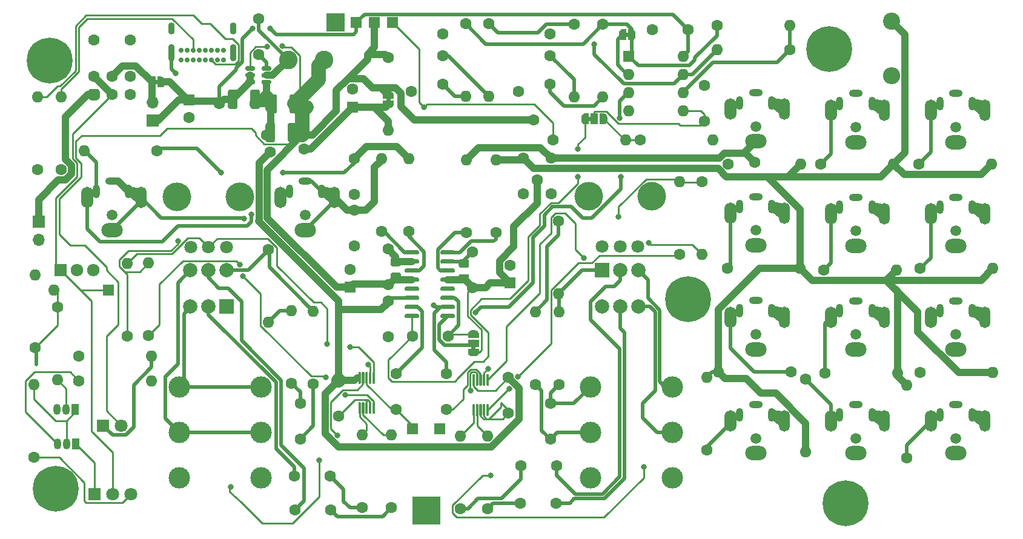
<source format=gtl>
G04 #@! TF.GenerationSoftware,KiCad,Pcbnew,8.0.1*
G04 #@! TF.CreationDate,2024-03-31T00:10:13+01:00*
G04 #@! TF.ProjectId,spider2,73706964-6572-4322-9e6b-696361645f70,rev?*
G04 #@! TF.SameCoordinates,Original*
G04 #@! TF.FileFunction,Copper,L1,Top*
G04 #@! TF.FilePolarity,Positive*
%FSLAX46Y46*%
G04 Gerber Fmt 4.6, Leading zero omitted, Abs format (unit mm)*
G04 Created by KiCad (PCBNEW 8.0.1) date 2024-03-31 00:10:13*
%MOMM*%
%LPD*%
G01*
G04 APERTURE LIST*
G04 #@! TA.AperFunction,EtchedComponent*
%ADD10C,0.000000*%
G04 #@! TD*
G04 #@! TA.AperFunction,EtchedComponent*
%ADD11C,0.200000*%
G04 #@! TD*
G04 #@! TA.AperFunction,ComponentPad*
%ADD12C,1.600000*%
G04 #@! TD*
G04 #@! TA.AperFunction,ComponentPad*
%ADD13O,1.600000X1.600000*%
G04 #@! TD*
G04 #@! TA.AperFunction,ComponentPad*
%ADD14R,2.000000X2.000000*%
G04 #@! TD*
G04 #@! TA.AperFunction,ComponentPad*
%ADD15C,2.000000*%
G04 #@! TD*
G04 #@! TA.AperFunction,ComponentPad*
%ADD16C,0.700000*%
G04 #@! TD*
G04 #@! TA.AperFunction,ComponentPad*
%ADD17O,0.900000X2.400000*%
G04 #@! TD*
G04 #@! TA.AperFunction,ComponentPad*
%ADD18O,0.900000X1.700000*%
G04 #@! TD*
G04 #@! TA.AperFunction,ComponentPad*
%ADD19R,1.717500X1.800000*%
G04 #@! TD*
G04 #@! TA.AperFunction,ComponentPad*
%ADD20O,1.717500X1.800000*%
G04 #@! TD*
G04 #@! TA.AperFunction,ComponentPad*
%ADD21R,1.600000X1.600000*%
G04 #@! TD*
G04 #@! TA.AperFunction,ComponentPad*
%ADD22R,2.500000X2.500000*%
G04 #@! TD*
G04 #@! TA.AperFunction,WasherPad*
%ADD23C,1.500000*%
G04 #@! TD*
G04 #@! TA.AperFunction,ComponentPad*
%ADD24O,1.000000X1.900000*%
G04 #@! TD*
G04 #@! TA.AperFunction,ComponentPad*
%ADD25O,1.500000X3.000000*%
G04 #@! TD*
G04 #@! TA.AperFunction,ComponentPad*
%ADD26O,1.700000X3.000000*%
G04 #@! TD*
G04 #@! TA.AperFunction,ComponentPad*
%ADD27O,1.900000X1.000000*%
G04 #@! TD*
G04 #@! TA.AperFunction,ComponentPad*
%ADD28O,3.000000X2.000000*%
G04 #@! TD*
G04 #@! TA.AperFunction,ComponentPad*
%ADD29C,0.800000*%
G04 #@! TD*
G04 #@! TA.AperFunction,ComponentPad*
%ADD30C,6.400000*%
G04 #@! TD*
G04 #@! TA.AperFunction,SMDPad,CuDef*
%ADD31R,1.500000X1.000000*%
G04 #@! TD*
G04 #@! TA.AperFunction,ComponentPad*
%ADD32R,1.700000X1.700000*%
G04 #@! TD*
G04 #@! TA.AperFunction,ComponentPad*
%ADD33O,1.700000X1.700000*%
G04 #@! TD*
G04 #@! TA.AperFunction,ComponentPad*
%ADD34C,3.000000*%
G04 #@! TD*
G04 #@! TA.AperFunction,ComponentPad*
%ADD35R,1.500000X1.500000*%
G04 #@! TD*
G04 #@! TA.AperFunction,ComponentPad*
%ADD36R,1.050000X1.500000*%
G04 #@! TD*
G04 #@! TA.AperFunction,ComponentPad*
%ADD37O,1.050000X1.500000*%
G04 #@! TD*
G04 #@! TA.AperFunction,ComponentPad*
%ADD38C,2.400000*%
G04 #@! TD*
G04 #@! TA.AperFunction,ComponentPad*
%ADD39O,2.400000X2.400000*%
G04 #@! TD*
G04 #@! TA.AperFunction,WasherPad*
%ADD40C,4.000000*%
G04 #@! TD*
G04 #@! TA.AperFunction,ComponentPad*
%ADD41C,1.800000*%
G04 #@! TD*
G04 #@! TA.AperFunction,ComponentPad*
%ADD42R,4.000000X4.000000*%
G04 #@! TD*
G04 #@! TA.AperFunction,SMDPad,CuDef*
%ADD43R,1.000000X1.500000*%
G04 #@! TD*
G04 #@! TA.AperFunction,ComponentPad*
%ADD44R,1.800000X1.800000*%
G04 #@! TD*
G04 #@! TA.AperFunction,ComponentPad*
%ADD45C,2.600000*%
G04 #@! TD*
G04 #@! TA.AperFunction,ViaPad*
%ADD46C,1.600000*%
G04 #@! TD*
G04 #@! TA.AperFunction,ViaPad*
%ADD47C,0.800000*%
G04 #@! TD*
G04 #@! TA.AperFunction,Conductor*
%ADD48C,0.250000*%
G04 #@! TD*
G04 #@! TA.AperFunction,Conductor*
%ADD49C,1.000000*%
G04 #@! TD*
G04 #@! TA.AperFunction,Conductor*
%ADD50C,0.500000*%
G04 #@! TD*
G04 #@! TA.AperFunction,Conductor*
%ADD51C,2.000000*%
G04 #@! TD*
G04 APERTURE END LIST*
D10*
G04 #@! TA.AperFunction,EtchedComponent*
G36*
X222400000Y-34375000D02*
G01*
X221900000Y-34375000D01*
X221900000Y-33775000D01*
X222400000Y-33775000D01*
X222400000Y-34375000D01*
G37*
G04 #@! TD.AperFunction*
D11*
X243889282Y-86842665D02*
X243877172Y-89034554D01*
X242596551Y-88008242D01*
X242599112Y-86600000D01*
X243889282Y-86842665D01*
G04 #@! TA.AperFunction,EtchedComponent*
G36*
X243889282Y-86842665D02*
G01*
X243877172Y-89034554D01*
X242596551Y-88008242D01*
X242599112Y-86600000D01*
X243889282Y-86842665D01*
G37*
G04 #@! TD.AperFunction*
D10*
G04 #@! TA.AperFunction,EtchedComponent*
G36*
X200960000Y-78116000D02*
G01*
X200360000Y-78116000D01*
X200360000Y-77616000D01*
X200960000Y-77616000D01*
X200960000Y-78116000D01*
G37*
G04 #@! TD.AperFunction*
G04 #@! TA.AperFunction,EtchedComponent*
G36*
X189050000Y-43400000D02*
G01*
X188450000Y-43400000D01*
X188450000Y-42900000D01*
X189050000Y-42900000D01*
X189050000Y-43400000D01*
G37*
G04 #@! TD.AperFunction*
D11*
X243890170Y-57775998D02*
X243878060Y-59967887D01*
X242597439Y-58941575D01*
X242600000Y-57533333D01*
X243890170Y-57775998D01*
G04 #@! TA.AperFunction,EtchedComponent*
G36*
X243890170Y-57775998D02*
G01*
X243878060Y-59967887D01*
X242597439Y-58941575D01*
X242600000Y-57533333D01*
X243890170Y-57775998D01*
G37*
G04 #@! TD.AperFunction*
X243890170Y-72309331D02*
X243878060Y-74501220D01*
X242597439Y-73474908D01*
X242600000Y-72066666D01*
X243890170Y-72309331D01*
G04 #@! TA.AperFunction,EtchedComponent*
G36*
X243890170Y-72309331D02*
G01*
X243878060Y-74501220D01*
X242597439Y-73474908D01*
X242600000Y-72066666D01*
X243890170Y-72309331D01*
G37*
G04 #@! TD.AperFunction*
X180964235Y-55610914D02*
X180952125Y-57802803D01*
X179671504Y-56776491D01*
X179674065Y-55368249D01*
X180964235Y-55610914D01*
G04 #@! TA.AperFunction,EtchedComponent*
G36*
X180964235Y-55610914D02*
G01*
X180952125Y-57802803D01*
X179671504Y-56776491D01*
X179674065Y-55368249D01*
X180964235Y-55610914D01*
G37*
G04 #@! TD.AperFunction*
X271890170Y-43342665D02*
X271878060Y-45534554D01*
X270597439Y-44508242D01*
X270600000Y-43100000D01*
X271890170Y-43342665D01*
G04 #@! TA.AperFunction,EtchedComponent*
G36*
X271890170Y-43342665D02*
G01*
X271878060Y-45534554D01*
X270597439Y-44508242D01*
X270600000Y-43100000D01*
X271890170Y-43342665D01*
G37*
G04 #@! TD.AperFunction*
X271890170Y-72342665D02*
X271878060Y-74534554D01*
X270597439Y-73508242D01*
X270600000Y-72100000D01*
X271890170Y-72342665D01*
G04 #@! TA.AperFunction,EtchedComponent*
G36*
X271890170Y-72342665D02*
G01*
X271878060Y-74534554D01*
X270597439Y-73508242D01*
X270600000Y-72100000D01*
X271890170Y-72342665D01*
G37*
G04 #@! TD.AperFunction*
X271890170Y-57842665D02*
X271878060Y-60034554D01*
X270597439Y-59008242D01*
X270600000Y-57600000D01*
X271890170Y-57842665D01*
G04 #@! TA.AperFunction,EtchedComponent*
G36*
X271890170Y-57842665D02*
G01*
X271878060Y-60034554D01*
X270597439Y-59008242D01*
X270600000Y-57600000D01*
X271890170Y-57842665D01*
G37*
G04 #@! TD.AperFunction*
X243890170Y-43242665D02*
X243878060Y-45434554D01*
X242597439Y-44408242D01*
X242600000Y-43000000D01*
X243890170Y-43242665D01*
G04 #@! TA.AperFunction,EtchedComponent*
G36*
X243890170Y-43242665D02*
G01*
X243878060Y-45434554D01*
X242597439Y-44408242D01*
X242600000Y-43000000D01*
X243890170Y-43242665D01*
G37*
G04 #@! TD.AperFunction*
X257890170Y-57842665D02*
X257878060Y-60034554D01*
X256597439Y-59008242D01*
X256600000Y-57600000D01*
X257890170Y-57842665D01*
G04 #@! TA.AperFunction,EtchedComponent*
G36*
X257890170Y-57842665D02*
G01*
X257878060Y-60034554D01*
X256597439Y-59008242D01*
X256600000Y-57600000D01*
X257890170Y-57842665D01*
G37*
G04 #@! TD.AperFunction*
X257890170Y-72342665D02*
X257878060Y-74534554D01*
X256597439Y-73508242D01*
X256600000Y-72100000D01*
X257890170Y-72342665D01*
G04 #@! TA.AperFunction,EtchedComponent*
G36*
X257890170Y-72342665D02*
G01*
X257878060Y-74534554D01*
X256597439Y-73508242D01*
X256600000Y-72100000D01*
X257890170Y-72342665D01*
G37*
G04 #@! TD.AperFunction*
X257890170Y-43342665D02*
X257878060Y-45534554D01*
X256597439Y-44508242D01*
X256600000Y-43100000D01*
X257890170Y-43342665D01*
G04 #@! TA.AperFunction,EtchedComponent*
G36*
X257890170Y-43342665D02*
G01*
X257878060Y-45534554D01*
X256597439Y-44508242D01*
X256600000Y-43100000D01*
X257890170Y-43342665D01*
G37*
G04 #@! TD.AperFunction*
X153955368Y-55612377D02*
X153943258Y-57804266D01*
X152662637Y-56777954D01*
X152665198Y-55369712D01*
X153955368Y-55612377D01*
G04 #@! TA.AperFunction,EtchedComponent*
G36*
X153955368Y-55612377D02*
G01*
X153943258Y-57804266D01*
X152662637Y-56777954D01*
X152665198Y-55369712D01*
X153955368Y-55612377D01*
G37*
G04 #@! TD.AperFunction*
X257889282Y-86842665D02*
X257877172Y-89034554D01*
X256596551Y-88008242D01*
X256599112Y-86600000D01*
X257889282Y-86842665D01*
G04 #@! TA.AperFunction,EtchedComponent*
G36*
X257889282Y-86842665D02*
G01*
X257877172Y-89034554D01*
X256596551Y-88008242D01*
X256599112Y-86600000D01*
X257889282Y-86842665D01*
G37*
G04 #@! TD.AperFunction*
X271890170Y-86842665D02*
X271878060Y-89034554D01*
X270597439Y-88008242D01*
X270600000Y-86600000D01*
X271890170Y-86842665D01*
G04 #@! TA.AperFunction,EtchedComponent*
G36*
X271890170Y-86842665D02*
G01*
X271878060Y-89034554D01*
X270597439Y-88008242D01*
X270600000Y-86600000D01*
X271890170Y-86842665D01*
G37*
G04 #@! TD.AperFunction*
D10*
G04 #@! TA.AperFunction,EtchedComponent*
G36*
X217151000Y-46147000D02*
G01*
X216651000Y-46147000D01*
X216651000Y-45547000D01*
X217151000Y-45547000D01*
X217151000Y-46147000D01*
G37*
G04 #@! TD.AperFunction*
G04 #@! TA.AperFunction,EtchedComponent*
G36*
X156612400Y-40990800D02*
G01*
X156112400Y-40990800D01*
X156112400Y-40390800D01*
X156612400Y-40390800D01*
X156612400Y-40990800D01*
G37*
G04 #@! TD.AperFunction*
D12*
X171975000Y-64135000D03*
D13*
X171975000Y-74295000D03*
D12*
X147599400Y-34823400D03*
X152679400Y-34823400D03*
G04 #@! TA.AperFunction,ComponentPad*
G36*
G01*
X147199400Y-41643400D02*
X147999400Y-41643400D01*
G75*
G02*
X148399400Y-42043400I0J-400000D01*
G01*
X148399400Y-42843400D01*
G75*
G02*
X147999400Y-43243400I-400000J0D01*
G01*
X147199400Y-43243400D01*
G75*
G02*
X146799400Y-42843400I0J400000D01*
G01*
X146799400Y-42043400D01*
G75*
G02*
X147199400Y-41643400I400000J0D01*
G01*
G37*
G04 #@! TD.AperFunction*
X150139400Y-42443400D03*
X152679400Y-42443400D03*
X147599400Y-39903400D03*
X150139400Y-39903400D03*
X152679400Y-39903400D03*
X262920000Y-52200000D03*
D13*
X273080000Y-52200000D03*
G04 #@! TA.AperFunction,SMDPad,CuDef*
G36*
G01*
X190263800Y-68528600D02*
X189313800Y-68528600D01*
G75*
G02*
X189063800Y-68278600I0J250000D01*
G01*
X189063800Y-67603600D01*
G75*
G02*
X189313800Y-67353600I250000J0D01*
G01*
X190263800Y-67353600D01*
G75*
G02*
X190513800Y-67603600I0J-250000D01*
G01*
X190513800Y-68278600D01*
G75*
G02*
X190263800Y-68528600I-250000J0D01*
G01*
G37*
G04 #@! TD.AperFunction*
G04 #@! TA.AperFunction,SMDPad,CuDef*
G36*
G01*
X190263800Y-66453600D02*
X189313800Y-66453600D01*
G75*
G02*
X189063800Y-66203600I0J250000D01*
G01*
X189063800Y-65528600D01*
G75*
G02*
X189313800Y-65278600I250000J0D01*
G01*
X190263800Y-65278600D01*
G75*
G02*
X190513800Y-65528600I0J-250000D01*
G01*
X190513800Y-66203600D01*
G75*
G02*
X190263800Y-66453600I-250000J0D01*
G01*
G37*
G04 #@! TD.AperFunction*
G04 #@! TA.AperFunction,SMDPad,CuDef*
G36*
X222000000Y-34825000D02*
G01*
X221500000Y-34825000D01*
X221500000Y-34819911D01*
X221428843Y-34819911D01*
X221292292Y-34779816D01*
X221172570Y-34702875D01*
X221079373Y-34595320D01*
X221020254Y-34465866D01*
X221000000Y-34325000D01*
X221000000Y-33825000D01*
X221020254Y-33684134D01*
X221079373Y-33554680D01*
X221172570Y-33447125D01*
X221292292Y-33370184D01*
X221428843Y-33330089D01*
X221500000Y-33330089D01*
X221500000Y-33325000D01*
X222000000Y-33325000D01*
X222000000Y-34825000D01*
G37*
G04 #@! TD.AperFunction*
G04 #@! TA.AperFunction,SMDPad,CuDef*
G36*
X222800000Y-33330089D02*
G01*
X222871157Y-33330089D01*
X223007708Y-33370184D01*
X223127430Y-33447125D01*
X223220627Y-33554680D01*
X223279746Y-33684134D01*
X223300000Y-33825000D01*
X223300000Y-34325000D01*
X223279746Y-34465866D01*
X223220627Y-34595320D01*
X223127430Y-34702875D01*
X223007708Y-34779816D01*
X222871157Y-34819911D01*
X222800000Y-34819911D01*
X222800000Y-34825000D01*
X222300000Y-34825000D01*
X222300000Y-33325000D01*
X222800000Y-33325000D01*
X222800000Y-33330089D01*
G37*
G04 #@! TD.AperFunction*
D14*
X218620000Y-67000000D03*
D15*
X221160000Y-67000000D03*
X223700000Y-67000000D03*
X218620000Y-72080000D03*
X221160000Y-72080000D03*
X223700000Y-72080000D03*
D12*
X230650000Y-33400000D03*
X225650000Y-33400000D03*
X244875000Y-36200000D03*
D13*
X234715000Y-36200000D03*
D16*
X165725000Y-37575000D03*
X164875000Y-37575000D03*
X164025000Y-37575000D03*
X163175000Y-37575000D03*
X162325000Y-37575000D03*
X161475000Y-37575000D03*
X160625000Y-37575000D03*
X159775000Y-37575000D03*
X159775000Y-36225000D03*
X160625000Y-36225000D03*
X161475000Y-36225000D03*
X162325000Y-36225000D03*
X163175000Y-36225000D03*
X164025000Y-36225000D03*
X164875000Y-36225000D03*
X165725000Y-36225000D03*
D17*
X167075000Y-36595000D03*
D18*
X167075000Y-33215000D03*
D17*
X158425000Y-36595000D03*
D18*
X158425000Y-33215000D03*
D12*
X187800000Y-61600000D03*
D13*
X187800000Y-51440000D03*
D19*
X142950000Y-67000000D03*
D20*
X145240000Y-67000000D03*
X147530000Y-67000000D03*
D12*
X263120000Y-81300000D03*
D13*
X273280000Y-81300000D03*
D12*
X181800000Y-82425000D03*
X181800000Y-87425000D03*
X207645000Y-51333400D03*
X207645000Y-56333400D03*
X196850000Y-86475000D03*
X196850000Y-81475000D03*
X211480400Y-56337200D03*
X211480400Y-51337200D03*
X209300000Y-82980000D03*
D13*
X209300000Y-72820000D03*
D21*
X149620000Y-69750000D03*
D13*
X142000000Y-69750000D03*
D12*
X178275000Y-82880000D03*
D13*
X178275000Y-72720000D03*
D12*
X139700000Y-52959000D03*
D13*
X139700000Y-42799000D03*
D12*
X202800000Y-32550000D03*
D13*
X202800000Y-42710000D03*
D12*
X232600000Y-54625000D03*
D13*
X232600000Y-64785000D03*
D12*
X205525000Y-82000000D03*
X205525000Y-87000000D03*
D22*
X181356000Y-32385000D03*
D23*
X240099112Y-90500000D03*
D24*
X242349112Y-87200000D03*
D25*
X244099112Y-88100000D03*
D26*
X236599112Y-88100000D03*
D24*
X237849112Y-87200000D03*
D27*
X240099112Y-85800000D03*
D28*
X240099112Y-92600000D03*
D29*
X248019532Y-36102461D03*
X248722476Y-34405405D03*
X248722476Y-37799517D03*
X250419532Y-33702461D03*
D30*
X250419532Y-36102461D03*
D29*
X250419532Y-38502461D03*
X252116588Y-34405405D03*
X252116588Y-37799517D03*
X252819532Y-36102461D03*
D12*
X189850000Y-86450000D03*
X189850000Y-81450000D03*
G04 #@! TA.AperFunction,SMDPad,CuDef*
G36*
G01*
X176287500Y-42650000D02*
X176287500Y-44850000D01*
G75*
G02*
X176037500Y-45100000I-250000J0D01*
G01*
X175212500Y-45100000D01*
G75*
G02*
X174962500Y-44850000I0J250000D01*
G01*
X174962500Y-42650000D01*
G75*
G02*
X175212500Y-42400000I250000J0D01*
G01*
X176037500Y-42400000D01*
G75*
G02*
X176287500Y-42650000I0J-250000D01*
G01*
G37*
G04 #@! TD.AperFunction*
G04 #@! TA.AperFunction,SMDPad,CuDef*
G36*
G01*
X173162500Y-42650000D02*
X173162500Y-44850000D01*
G75*
G02*
X172912500Y-45100000I-250000J0D01*
G01*
X172087500Y-45100000D01*
G75*
G02*
X171837500Y-44850000I0J250000D01*
G01*
X171837500Y-42650000D01*
G75*
G02*
X172087500Y-42400000I250000J0D01*
G01*
X172912500Y-42400000D01*
G75*
G02*
X173162500Y-42650000I0J-250000D01*
G01*
G37*
G04 #@! TD.AperFunction*
X200500000Y-69450000D03*
X200500000Y-64450000D03*
G04 #@! TA.AperFunction,SMDPad,CuDef*
G36*
X201410000Y-77966000D02*
G01*
X201410000Y-78516000D01*
X201404911Y-78516000D01*
X201404911Y-78587157D01*
X201364816Y-78723708D01*
X201287875Y-78843430D01*
X201180320Y-78936627D01*
X201050866Y-78995746D01*
X200910000Y-79016000D01*
X200410000Y-79016000D01*
X200269134Y-78995746D01*
X200139680Y-78936627D01*
X200032125Y-78843430D01*
X199955184Y-78723708D01*
X199915089Y-78587157D01*
X199915089Y-78516000D01*
X199910000Y-78516000D01*
X199910000Y-77966000D01*
X201410000Y-77966000D01*
G37*
G04 #@! TD.AperFunction*
D31*
X200660000Y-77216000D03*
G04 #@! TA.AperFunction,SMDPad,CuDef*
G36*
X199915089Y-75916000D02*
G01*
X199915089Y-75844843D01*
X199955184Y-75708292D01*
X200032125Y-75588570D01*
X200139680Y-75495373D01*
X200269134Y-75436254D01*
X200410000Y-75416000D01*
X200910000Y-75416000D01*
X201050866Y-75436254D01*
X201180320Y-75495373D01*
X201287875Y-75588570D01*
X201364816Y-75708292D01*
X201404911Y-75844843D01*
X201404911Y-75916000D01*
X201410000Y-75916000D01*
X201410000Y-76466000D01*
X199910000Y-76466000D01*
X199910000Y-75916000D01*
X199915089Y-75916000D01*
G37*
G04 #@! TD.AperFunction*
D12*
X214700000Y-32640000D03*
D13*
X214700000Y-42800000D03*
D12*
X196350000Y-37000000D03*
X196350000Y-34000000D03*
X191950000Y-42000000D03*
X196350000Y-41000000D03*
D32*
X155800000Y-46090000D03*
D33*
X155800000Y-43550000D03*
D12*
X189200000Y-100200000D03*
D13*
X189200000Y-90040000D03*
D12*
X212177000Y-99568000D03*
X207177000Y-99568000D03*
D21*
X205765400Y-68808600D03*
D12*
X205765400Y-66308600D03*
X176425000Y-85600000D03*
X176425000Y-90600000D03*
X232925000Y-46200000D03*
X232925000Y-41200000D03*
X191600000Y-61595000D03*
D13*
X191600000Y-51435000D03*
D12*
X261200000Y-93230000D03*
D13*
X261200000Y-83070000D03*
D12*
X249645000Y-66950000D03*
D13*
X259805000Y-66950000D03*
D34*
X228430000Y-89650000D03*
X217000000Y-89650000D03*
X228430000Y-96000000D03*
X217000000Y-96000000D03*
X228430000Y-83300000D03*
X217000000Y-83300000D03*
D12*
X156425000Y-50275000D03*
D13*
X146265000Y-50275000D03*
D34*
X170930000Y-89650000D03*
X159500000Y-89650000D03*
X170930000Y-96000000D03*
X159500000Y-96000000D03*
X170930000Y-83300000D03*
X159500000Y-83300000D03*
D12*
X145500000Y-82500000D03*
D13*
X155660000Y-82500000D03*
D12*
X212550000Y-60100000D03*
D13*
X212550000Y-70260000D03*
D12*
X249745000Y-81400000D03*
D13*
X259905000Y-81400000D03*
D12*
X198800000Y-100320000D03*
D13*
X198800000Y-90160000D03*
D12*
X165129200Y-43750000D03*
X170129200Y-43750000D03*
D35*
X192120004Y-89159163D03*
D12*
X249220000Y-52150000D03*
D13*
X259380000Y-52150000D03*
D12*
X203809600Y-61722000D03*
D13*
X203809600Y-51562000D03*
D12*
X234675000Y-32825000D03*
D13*
X244835000Y-32825000D03*
D12*
X236195000Y-66725000D03*
D13*
X246355000Y-66725000D03*
D21*
X183750000Y-44182380D03*
D12*
X183750000Y-41682380D03*
G04 #@! TA.AperFunction,SMDPad,CuDef*
G36*
X188000000Y-43000000D02*
G01*
X188000000Y-42500000D01*
X188005089Y-42500000D01*
X188005089Y-42428843D01*
X188045184Y-42292292D01*
X188122125Y-42172570D01*
X188229680Y-42079373D01*
X188359134Y-42020254D01*
X188500000Y-42000000D01*
X189000000Y-42000000D01*
X189140866Y-42020254D01*
X189270320Y-42079373D01*
X189377875Y-42172570D01*
X189454816Y-42292292D01*
X189494911Y-42428843D01*
X189494911Y-42500000D01*
X189500000Y-42500000D01*
X189500000Y-43000000D01*
X188000000Y-43000000D01*
G37*
G04 #@! TD.AperFunction*
G04 #@! TA.AperFunction,SMDPad,CuDef*
G36*
X189494911Y-43800000D02*
G01*
X189494911Y-43871157D01*
X189454816Y-44007708D01*
X189377875Y-44127430D01*
X189270320Y-44220627D01*
X189140866Y-44279746D01*
X189000000Y-44300000D01*
X188500000Y-44300000D01*
X188359134Y-44279746D01*
X188229680Y-44220627D01*
X188122125Y-44127430D01*
X188045184Y-44007708D01*
X188005089Y-43871157D01*
X188005089Y-43800000D01*
X188000000Y-43800000D01*
X188000000Y-43300000D01*
X189500000Y-43300000D01*
X189500000Y-43800000D01*
X189494911Y-43800000D01*
G37*
G04 #@! TD.AperFunction*
G04 #@! TA.AperFunction,SMDPad,CuDef*
G36*
G01*
X202562500Y-81512500D02*
X202737500Y-81512500D01*
G75*
G02*
X202825000Y-81600000I0J-87500D01*
G01*
X202825000Y-83050000D01*
G75*
G02*
X202737500Y-83137500I-87500J0D01*
G01*
X202562500Y-83137500D01*
G75*
G02*
X202475000Y-83050000I0J87500D01*
G01*
X202475000Y-81600000D01*
G75*
G02*
X202562500Y-81512500I87500J0D01*
G01*
G37*
G04 #@! TD.AperFunction*
G04 #@! TA.AperFunction,SMDPad,CuDef*
G36*
G01*
X202062500Y-81512500D02*
X202237500Y-81512500D01*
G75*
G02*
X202325000Y-81600000I0J-87500D01*
G01*
X202325000Y-83050000D01*
G75*
G02*
X202237500Y-83137500I-87500J0D01*
G01*
X202062500Y-83137500D01*
G75*
G02*
X201975000Y-83050000I0J87500D01*
G01*
X201975000Y-81600000D01*
G75*
G02*
X202062500Y-81512500I87500J0D01*
G01*
G37*
G04 #@! TD.AperFunction*
G04 #@! TA.AperFunction,SMDPad,CuDef*
G36*
G01*
X201562500Y-81512500D02*
X201737500Y-81512500D01*
G75*
G02*
X201825000Y-81600000I0J-87500D01*
G01*
X201825000Y-83050000D01*
G75*
G02*
X201737500Y-83137500I-87500J0D01*
G01*
X201562500Y-83137500D01*
G75*
G02*
X201475000Y-83050000I0J87500D01*
G01*
X201475000Y-81600000D01*
G75*
G02*
X201562500Y-81512500I87500J0D01*
G01*
G37*
G04 #@! TD.AperFunction*
G04 #@! TA.AperFunction,SMDPad,CuDef*
G36*
G01*
X201062500Y-81512500D02*
X201237500Y-81512500D01*
G75*
G02*
X201325000Y-81600000I0J-87500D01*
G01*
X201325000Y-83050000D01*
G75*
G02*
X201237500Y-83137500I-87500J0D01*
G01*
X201062500Y-83137500D01*
G75*
G02*
X200975000Y-83050000I0J87500D01*
G01*
X200975000Y-81600000D01*
G75*
G02*
X201062500Y-81512500I87500J0D01*
G01*
G37*
G04 #@! TD.AperFunction*
G04 #@! TA.AperFunction,SMDPad,CuDef*
G36*
G01*
X200562500Y-81512500D02*
X200737500Y-81512500D01*
G75*
G02*
X200825000Y-81600000I0J-87500D01*
G01*
X200825000Y-83050000D01*
G75*
G02*
X200737500Y-83137500I-87500J0D01*
G01*
X200562500Y-83137500D01*
G75*
G02*
X200475000Y-83050000I0J87500D01*
G01*
X200475000Y-81600000D01*
G75*
G02*
X200562500Y-81512500I87500J0D01*
G01*
G37*
G04 #@! TD.AperFunction*
G04 #@! TA.AperFunction,SMDPad,CuDef*
G36*
G01*
X200562500Y-85737500D02*
X200737500Y-85737500D01*
G75*
G02*
X200825000Y-85825000I0J-87500D01*
G01*
X200825000Y-87275000D01*
G75*
G02*
X200737500Y-87362500I-87500J0D01*
G01*
X200562500Y-87362500D01*
G75*
G02*
X200475000Y-87275000I0J87500D01*
G01*
X200475000Y-85825000D01*
G75*
G02*
X200562500Y-85737500I87500J0D01*
G01*
G37*
G04 #@! TD.AperFunction*
G04 #@! TA.AperFunction,SMDPad,CuDef*
G36*
G01*
X201062500Y-85737500D02*
X201237500Y-85737500D01*
G75*
G02*
X201325000Y-85825000I0J-87500D01*
G01*
X201325000Y-87275000D01*
G75*
G02*
X201237500Y-87362500I-87500J0D01*
G01*
X201062500Y-87362500D01*
G75*
G02*
X200975000Y-87275000I0J87500D01*
G01*
X200975000Y-85825000D01*
G75*
G02*
X201062500Y-85737500I87500J0D01*
G01*
G37*
G04 #@! TD.AperFunction*
G04 #@! TA.AperFunction,SMDPad,CuDef*
G36*
G01*
X201562500Y-85737500D02*
X201737500Y-85737500D01*
G75*
G02*
X201825000Y-85825000I0J-87500D01*
G01*
X201825000Y-87275000D01*
G75*
G02*
X201737500Y-87362500I-87500J0D01*
G01*
X201562500Y-87362500D01*
G75*
G02*
X201475000Y-87275000I0J87500D01*
G01*
X201475000Y-85825000D01*
G75*
G02*
X201562500Y-85737500I87500J0D01*
G01*
G37*
G04 #@! TD.AperFunction*
G04 #@! TA.AperFunction,SMDPad,CuDef*
G36*
G01*
X202062500Y-85737500D02*
X202237500Y-85737500D01*
G75*
G02*
X202325000Y-85825000I0J-87500D01*
G01*
X202325000Y-87275000D01*
G75*
G02*
X202237500Y-87362500I-87500J0D01*
G01*
X202062500Y-87362500D01*
G75*
G02*
X201975000Y-87275000I0J87500D01*
G01*
X201975000Y-85825000D01*
G75*
G02*
X202062500Y-85737500I87500J0D01*
G01*
G37*
G04 #@! TD.AperFunction*
G04 #@! TA.AperFunction,SMDPad,CuDef*
G36*
G01*
X202562500Y-85737500D02*
X202737500Y-85737500D01*
G75*
G02*
X202825000Y-85825000I0J-87500D01*
G01*
X202825000Y-87275000D01*
G75*
G02*
X202737500Y-87362500I-87500J0D01*
G01*
X202562500Y-87362500D01*
G75*
G02*
X202475000Y-87275000I0J87500D01*
G01*
X202475000Y-85825000D01*
G75*
G02*
X202562500Y-85737500I87500J0D01*
G01*
G37*
G04 #@! TD.AperFunction*
G04 #@! TA.AperFunction,SMDPad,CuDef*
G36*
G01*
X176037500Y-46650000D02*
X176037500Y-48850000D01*
G75*
G02*
X175787500Y-49100000I-250000J0D01*
G01*
X174962500Y-49100000D01*
G75*
G02*
X174712500Y-48850000I0J250000D01*
G01*
X174712500Y-46650000D01*
G75*
G02*
X174962500Y-46400000I250000J0D01*
G01*
X175787500Y-46400000D01*
G75*
G02*
X176037500Y-46650000I0J-250000D01*
G01*
G37*
G04 #@! TD.AperFunction*
G04 #@! TA.AperFunction,SMDPad,CuDef*
G36*
G01*
X172912500Y-46650000D02*
X172912500Y-48850000D01*
G75*
G02*
X172662500Y-49100000I-250000J0D01*
G01*
X171837500Y-49100000D01*
G75*
G02*
X171587500Y-48850000I0J250000D01*
G01*
X171587500Y-46650000D01*
G75*
G02*
X171837500Y-46400000I250000J0D01*
G01*
X172662500Y-46400000D01*
G75*
G02*
X172912500Y-46650000I0J-250000D01*
G01*
G37*
G04 #@! TD.AperFunction*
X197100000Y-76225000D03*
X192100000Y-76225000D03*
X142500000Y-72170000D03*
D13*
X142500000Y-82330000D03*
D12*
X247100000Y-82250000D03*
D13*
X247100000Y-92410000D03*
D23*
X240100000Y-61433333D03*
D24*
X242350000Y-58133333D03*
D25*
X244100000Y-59033333D03*
D26*
X236600000Y-59033333D03*
D24*
X237850000Y-58133333D03*
D27*
X240100000Y-56733333D03*
D28*
X240100000Y-63533333D03*
D36*
X145020000Y-91250000D03*
D37*
X143750000Y-91250000D03*
X142480000Y-91250000D03*
D12*
X175641000Y-95758000D03*
X180641000Y-95758000D03*
D23*
X240100000Y-75966666D03*
D24*
X242350000Y-72666666D03*
D25*
X244100000Y-73566666D03*
D26*
X236600000Y-73566666D03*
D24*
X237850000Y-72666666D03*
D27*
X240100000Y-71266666D03*
D28*
X240100000Y-78066666D03*
D12*
X152250000Y-76190000D03*
D13*
X152250000Y-66030000D03*
D23*
X177174065Y-59268249D03*
D24*
X179424065Y-55968249D03*
D25*
X181174065Y-56868249D03*
D26*
X173674065Y-56868249D03*
D24*
X174924065Y-55968249D03*
D27*
X177174065Y-54568249D03*
D28*
X177174065Y-61368249D03*
D29*
X228260142Y-71088261D03*
X228963086Y-69391205D03*
X228963086Y-72785317D03*
X230660142Y-68688261D03*
D30*
X230660142Y-71088261D03*
D29*
X230660142Y-73488261D03*
X232357198Y-69391205D03*
X232357198Y-72785317D03*
X233060142Y-71088261D03*
D12*
X143002000Y-52959000D03*
D13*
X143002000Y-42799000D03*
D23*
X268100000Y-47000000D03*
D24*
X270350000Y-43700000D03*
D25*
X272100000Y-44600000D03*
D26*
X264600000Y-44600000D03*
D24*
X265850000Y-43700000D03*
D27*
X268100000Y-42300000D03*
D28*
X268100000Y-49100000D03*
D12*
X184000000Y-63600000D03*
X184000000Y-58600000D03*
D38*
X259100000Y-32190000D03*
D39*
X259100000Y-39810000D03*
D35*
X184277000Y-32385000D03*
D21*
X160925000Y-43175000D03*
D12*
X160925000Y-45675000D03*
D40*
X159217564Y-56780906D03*
X168017564Y-56780906D03*
D41*
X166117564Y-63780906D03*
X163617564Y-63780906D03*
X161117564Y-63780906D03*
D12*
X188750000Y-69062600D03*
X188750000Y-64062600D03*
D35*
X186817000Y-32385000D03*
X189357000Y-32385000D03*
D14*
X166152500Y-72090000D03*
D15*
X163612500Y-72090000D03*
X161072500Y-72090000D03*
X166152500Y-67010000D03*
X163612500Y-67010000D03*
X161072500Y-67010000D03*
D36*
X145000000Y-86500000D03*
D37*
X143730000Y-86500000D03*
X142460000Y-86500000D03*
D12*
X145500000Y-79000000D03*
D13*
X155660000Y-79000000D03*
D12*
X185100000Y-100200000D03*
D13*
X185100000Y-90040000D03*
D23*
X268100000Y-76000000D03*
D24*
X270350000Y-72700000D03*
D25*
X272100000Y-73600000D03*
D26*
X264600000Y-73600000D03*
D24*
X265850000Y-72700000D03*
D27*
X268100000Y-71300000D03*
D28*
X268100000Y-78100000D03*
D32*
X139850000Y-60250000D03*
D33*
X139850000Y-62790000D03*
D12*
X175225000Y-82835000D03*
D13*
X175225000Y-72675000D03*
D29*
X250278178Y-99588332D03*
X250981122Y-97891276D03*
X250981122Y-101285388D03*
X252678178Y-97188332D03*
D30*
X252678178Y-99588332D03*
D29*
X252678178Y-101988332D03*
X254375234Y-97891276D03*
X254375234Y-101285388D03*
X255078178Y-99588332D03*
D12*
X236270000Y-52150000D03*
D13*
X246430000Y-52150000D03*
D12*
X218750000Y-32640000D03*
D13*
X218750000Y-42800000D03*
D12*
X211350000Y-37000000D03*
X211350000Y-34000000D03*
X206950000Y-42000000D03*
X211350000Y-41000000D03*
G04 #@! TA.AperFunction,SMDPad,CuDef*
G36*
G01*
X199788800Y-68727900D02*
X198838800Y-68727900D01*
G75*
G02*
X198588800Y-68477900I0J250000D01*
G01*
X198588800Y-67802900D01*
G75*
G02*
X198838800Y-67552900I250000J0D01*
G01*
X199788800Y-67552900D01*
G75*
G02*
X200038800Y-67802900I0J-250000D01*
G01*
X200038800Y-68477900D01*
G75*
G02*
X199788800Y-68727900I-250000J0D01*
G01*
G37*
G04 #@! TD.AperFunction*
G04 #@! TA.AperFunction,SMDPad,CuDef*
G36*
G01*
X199788800Y-66652900D02*
X198838800Y-66652900D01*
G75*
G02*
X198588800Y-66402900I0J250000D01*
G01*
X198588800Y-65727900D01*
G75*
G02*
X198838800Y-65477900I250000J0D01*
G01*
X199788800Y-65477900D01*
G75*
G02*
X200038800Y-65727900I0J-250000D01*
G01*
X200038800Y-66402900D01*
G75*
G02*
X199788800Y-66652900I-250000J0D01*
G01*
G37*
G04 #@! TD.AperFunction*
D23*
X268100000Y-61500000D03*
D24*
X270350000Y-58200000D03*
D25*
X272100000Y-59100000D03*
D26*
X264600000Y-59100000D03*
D24*
X265850000Y-58200000D03*
D27*
X268100000Y-56800000D03*
D28*
X268100000Y-63600000D03*
D23*
X240100000Y-46900000D03*
D24*
X242350000Y-43600000D03*
D25*
X244100000Y-44500000D03*
D26*
X236600000Y-44500000D03*
D24*
X237850000Y-43600000D03*
D27*
X240100000Y-42200000D03*
D28*
X240100000Y-49000000D03*
D21*
X222375000Y-37100000D03*
D13*
X222375000Y-39640000D03*
X222375000Y-42180000D03*
X222375000Y-44720000D03*
X229995000Y-44720000D03*
X229995000Y-42180000D03*
X229995000Y-39640000D03*
X229995000Y-37100000D03*
D12*
X263120000Y-66750000D03*
D13*
X273280000Y-66750000D03*
D12*
X233260000Y-92180000D03*
D13*
X233260000Y-82020000D03*
D12*
X188722000Y-76276200D03*
X188722000Y-71276200D03*
X211800000Y-48750000D03*
D13*
X221960000Y-48750000D03*
D23*
X254100000Y-61500000D03*
D24*
X256350000Y-58200000D03*
D25*
X258100000Y-59100000D03*
D26*
X250600000Y-59100000D03*
D24*
X251850000Y-58200000D03*
D27*
X254100000Y-56800000D03*
D28*
X254100000Y-63600000D03*
D23*
X254100000Y-76000000D03*
D24*
X256350000Y-72700000D03*
D25*
X258100000Y-73600000D03*
D26*
X250600000Y-73600000D03*
D24*
X251850000Y-72700000D03*
D27*
X254100000Y-71300000D03*
D28*
X254100000Y-78100000D03*
D23*
X254100000Y-47000000D03*
D24*
X256350000Y-43700000D03*
D25*
X258100000Y-44600000D03*
D26*
X250600000Y-44600000D03*
D24*
X251850000Y-43700000D03*
D27*
X254100000Y-42300000D03*
D28*
X254100000Y-49100000D03*
D12*
X212600000Y-82985000D03*
D13*
X212600000Y-72825000D03*
D12*
X202600000Y-100360000D03*
D13*
X202600000Y-90200000D03*
D12*
X172347600Y-44196000D03*
X177347600Y-44196000D03*
X184000000Y-51400000D03*
X184000000Y-56400000D03*
D23*
X150165198Y-59269712D03*
D24*
X152415198Y-55969712D03*
D25*
X154165198Y-56869712D03*
D26*
X146665198Y-56869712D03*
D24*
X147915198Y-55969712D03*
D27*
X150165198Y-54569712D03*
D28*
X150165198Y-61369712D03*
G04 #@! TA.AperFunction,SMDPad,CuDef*
G36*
G01*
X166337500Y-44198862D02*
X166337500Y-41998862D01*
G75*
G02*
X166587500Y-41748862I250000J0D01*
G01*
X167412500Y-41748862D01*
G75*
G02*
X167662500Y-41998862I0J-250000D01*
G01*
X167662500Y-44198862D01*
G75*
G02*
X167412500Y-44448862I-250000J0D01*
G01*
X166587500Y-44448862D01*
G75*
G02*
X166337500Y-44198862I0J250000D01*
G01*
G37*
G04 #@! TD.AperFunction*
G04 #@! TA.AperFunction,SMDPad,CuDef*
G36*
G01*
X169462500Y-44198862D02*
X169462500Y-41998862D01*
G75*
G02*
X169712500Y-41748862I250000J0D01*
G01*
X170537500Y-41748862D01*
G75*
G02*
X170787500Y-41998862I0J-250000D01*
G01*
X170787500Y-44198862D01*
G75*
G02*
X170537500Y-44448862I-250000J0D01*
G01*
X169712500Y-44448862D01*
G75*
G02*
X169462500Y-44198862I0J250000D01*
G01*
G37*
G04 #@! TD.AperFunction*
D42*
X194056000Y-100584000D03*
D23*
X254099112Y-90500000D03*
D24*
X256349112Y-87200000D03*
D25*
X258099112Y-88100000D03*
D26*
X250599112Y-88100000D03*
D24*
X251849112Y-87200000D03*
D27*
X254099112Y-85800000D03*
D28*
X254099112Y-92600000D03*
D23*
X268100000Y-90500000D03*
D24*
X270350000Y-87200000D03*
D25*
X272100000Y-88100000D03*
D26*
X264600000Y-88100000D03*
D24*
X265850000Y-87200000D03*
D27*
X268100000Y-85800000D03*
D28*
X268100000Y-92600000D03*
D12*
X175700000Y-100500000D03*
X180700000Y-100500000D03*
X188750000Y-37250000D03*
D13*
X188750000Y-47410000D03*
D12*
X170641261Y-31877000D03*
X170641261Y-36877000D03*
X139250000Y-93160000D03*
D13*
X139250000Y-83000000D03*
D12*
X171704000Y-48133000D03*
X176704000Y-48133000D03*
D35*
X195961000Y-89154000D03*
G04 #@! TA.AperFunction,SMDPad,CuDef*
G36*
X216801000Y-46597000D02*
G01*
X216251000Y-46597000D01*
X216251000Y-46591911D01*
X216179843Y-46591911D01*
X216043292Y-46551816D01*
X215923570Y-46474875D01*
X215830373Y-46367320D01*
X215771254Y-46237866D01*
X215751000Y-46097000D01*
X215751000Y-45597000D01*
X215771254Y-45456134D01*
X215830373Y-45326680D01*
X215923570Y-45219125D01*
X216043292Y-45142184D01*
X216179843Y-45102089D01*
X216251000Y-45102089D01*
X216251000Y-45097000D01*
X216801000Y-45097000D01*
X216801000Y-46597000D01*
G37*
G04 #@! TD.AperFunction*
D43*
X217551000Y-45847000D03*
G04 #@! TA.AperFunction,SMDPad,CuDef*
G36*
X218851000Y-45102089D02*
G01*
X218922157Y-45102089D01*
X219058708Y-45142184D01*
X219178430Y-45219125D01*
X219271627Y-45326680D01*
X219330746Y-45456134D01*
X219351000Y-45597000D01*
X219351000Y-46097000D01*
X219330746Y-46237866D01*
X219271627Y-46367320D01*
X219178430Y-46474875D01*
X219058708Y-46551816D01*
X218922157Y-46591911D01*
X218851000Y-46591911D01*
X218851000Y-46597000D01*
X218301000Y-46597000D01*
X218301000Y-45097000D01*
X218851000Y-45097000D01*
X218851000Y-45102089D01*
G37*
G04 #@! TD.AperFunction*
D44*
X148875000Y-88725000D03*
D41*
X151415000Y-88725000D03*
D12*
X199600000Y-32570000D03*
D13*
X199600000Y-42730000D03*
D12*
X229450000Y-64800000D03*
D13*
X229450000Y-54640000D03*
G04 #@! TA.AperFunction,SMDPad,CuDef*
G36*
G01*
X191050000Y-64670000D02*
X191050000Y-64370000D01*
G75*
G02*
X191200000Y-64220000I150000J0D01*
G01*
X192900000Y-64220000D01*
G75*
G02*
X193050000Y-64370000I0J-150000D01*
G01*
X193050000Y-64670000D01*
G75*
G02*
X192900000Y-64820000I-150000J0D01*
G01*
X191200000Y-64820000D01*
G75*
G02*
X191050000Y-64670000I0J150000D01*
G01*
G37*
G04 #@! TD.AperFunction*
G04 #@! TA.AperFunction,SMDPad,CuDef*
G36*
G01*
X191050000Y-65940000D02*
X191050000Y-65640000D01*
G75*
G02*
X191200000Y-65490000I150000J0D01*
G01*
X192900000Y-65490000D01*
G75*
G02*
X193050000Y-65640000I0J-150000D01*
G01*
X193050000Y-65940000D01*
G75*
G02*
X192900000Y-66090000I-150000J0D01*
G01*
X191200000Y-66090000D01*
G75*
G02*
X191050000Y-65940000I0J150000D01*
G01*
G37*
G04 #@! TD.AperFunction*
G04 #@! TA.AperFunction,SMDPad,CuDef*
G36*
G01*
X191050000Y-67210000D02*
X191050000Y-66910000D01*
G75*
G02*
X191200000Y-66760000I150000J0D01*
G01*
X192900000Y-66760000D01*
G75*
G02*
X193050000Y-66910000I0J-150000D01*
G01*
X193050000Y-67210000D01*
G75*
G02*
X192900000Y-67360000I-150000J0D01*
G01*
X191200000Y-67360000D01*
G75*
G02*
X191050000Y-67210000I0J150000D01*
G01*
G37*
G04 #@! TD.AperFunction*
G04 #@! TA.AperFunction,SMDPad,CuDef*
G36*
G01*
X191050000Y-68480000D02*
X191050000Y-68180000D01*
G75*
G02*
X191200000Y-68030000I150000J0D01*
G01*
X192900000Y-68030000D01*
G75*
G02*
X193050000Y-68180000I0J-150000D01*
G01*
X193050000Y-68480000D01*
G75*
G02*
X192900000Y-68630000I-150000J0D01*
G01*
X191200000Y-68630000D01*
G75*
G02*
X191050000Y-68480000I0J150000D01*
G01*
G37*
G04 #@! TD.AperFunction*
G04 #@! TA.AperFunction,SMDPad,CuDef*
G36*
G01*
X191050000Y-69750000D02*
X191050000Y-69450000D01*
G75*
G02*
X191200000Y-69300000I150000J0D01*
G01*
X192900000Y-69300000D01*
G75*
G02*
X193050000Y-69450000I0J-150000D01*
G01*
X193050000Y-69750000D01*
G75*
G02*
X192900000Y-69900000I-150000J0D01*
G01*
X191200000Y-69900000D01*
G75*
G02*
X191050000Y-69750000I0J150000D01*
G01*
G37*
G04 #@! TD.AperFunction*
G04 #@! TA.AperFunction,SMDPad,CuDef*
G36*
G01*
X191050000Y-71020000D02*
X191050000Y-70720000D01*
G75*
G02*
X191200000Y-70570000I150000J0D01*
G01*
X192900000Y-70570000D01*
G75*
G02*
X193050000Y-70720000I0J-150000D01*
G01*
X193050000Y-71020000D01*
G75*
G02*
X192900000Y-71170000I-150000J0D01*
G01*
X191200000Y-71170000D01*
G75*
G02*
X191050000Y-71020000I0J150000D01*
G01*
G37*
G04 #@! TD.AperFunction*
G04 #@! TA.AperFunction,SMDPad,CuDef*
G36*
G01*
X191050000Y-72290000D02*
X191050000Y-71990000D01*
G75*
G02*
X191200000Y-71840000I150000J0D01*
G01*
X192900000Y-71840000D01*
G75*
G02*
X193050000Y-71990000I0J-150000D01*
G01*
X193050000Y-72290000D01*
G75*
G02*
X192900000Y-72440000I-150000J0D01*
G01*
X191200000Y-72440000D01*
G75*
G02*
X191050000Y-72290000I0J150000D01*
G01*
G37*
G04 #@! TD.AperFunction*
G04 #@! TA.AperFunction,SMDPad,CuDef*
G36*
G01*
X191050000Y-73560000D02*
X191050000Y-73260000D01*
G75*
G02*
X191200000Y-73110000I150000J0D01*
G01*
X192900000Y-73110000D01*
G75*
G02*
X193050000Y-73260000I0J-150000D01*
G01*
X193050000Y-73560000D01*
G75*
G02*
X192900000Y-73710000I-150000J0D01*
G01*
X191200000Y-73710000D01*
G75*
G02*
X191050000Y-73560000I0J150000D01*
G01*
G37*
G04 #@! TD.AperFunction*
G04 #@! TA.AperFunction,SMDPad,CuDef*
G36*
G01*
X196050000Y-73560000D02*
X196050000Y-73260000D01*
G75*
G02*
X196200000Y-73110000I150000J0D01*
G01*
X197900000Y-73110000D01*
G75*
G02*
X198050000Y-73260000I0J-150000D01*
G01*
X198050000Y-73560000D01*
G75*
G02*
X197900000Y-73710000I-150000J0D01*
G01*
X196200000Y-73710000D01*
G75*
G02*
X196050000Y-73560000I0J150000D01*
G01*
G37*
G04 #@! TD.AperFunction*
G04 #@! TA.AperFunction,SMDPad,CuDef*
G36*
G01*
X196050000Y-72290000D02*
X196050000Y-71990000D01*
G75*
G02*
X196200000Y-71840000I150000J0D01*
G01*
X197900000Y-71840000D01*
G75*
G02*
X198050000Y-71990000I0J-150000D01*
G01*
X198050000Y-72290000D01*
G75*
G02*
X197900000Y-72440000I-150000J0D01*
G01*
X196200000Y-72440000D01*
G75*
G02*
X196050000Y-72290000I0J150000D01*
G01*
G37*
G04 #@! TD.AperFunction*
G04 #@! TA.AperFunction,SMDPad,CuDef*
G36*
G01*
X196050000Y-71020000D02*
X196050000Y-70720000D01*
G75*
G02*
X196200000Y-70570000I150000J0D01*
G01*
X197900000Y-70570000D01*
G75*
G02*
X198050000Y-70720000I0J-150000D01*
G01*
X198050000Y-71020000D01*
G75*
G02*
X197900000Y-71170000I-150000J0D01*
G01*
X196200000Y-71170000D01*
G75*
G02*
X196050000Y-71020000I0J150000D01*
G01*
G37*
G04 #@! TD.AperFunction*
G04 #@! TA.AperFunction,SMDPad,CuDef*
G36*
G01*
X196050000Y-69750000D02*
X196050000Y-69450000D01*
G75*
G02*
X196200000Y-69300000I150000J0D01*
G01*
X197900000Y-69300000D01*
G75*
G02*
X198050000Y-69450000I0J-150000D01*
G01*
X198050000Y-69750000D01*
G75*
G02*
X197900000Y-69900000I-150000J0D01*
G01*
X196200000Y-69900000D01*
G75*
G02*
X196050000Y-69750000I0J150000D01*
G01*
G37*
G04 #@! TD.AperFunction*
G04 #@! TA.AperFunction,SMDPad,CuDef*
G36*
G01*
X196050000Y-68480000D02*
X196050000Y-68180000D01*
G75*
G02*
X196200000Y-68030000I150000J0D01*
G01*
X197900000Y-68030000D01*
G75*
G02*
X198050000Y-68180000I0J-150000D01*
G01*
X198050000Y-68480000D01*
G75*
G02*
X197900000Y-68630000I-150000J0D01*
G01*
X196200000Y-68630000D01*
G75*
G02*
X196050000Y-68480000I0J150000D01*
G01*
G37*
G04 #@! TD.AperFunction*
G04 #@! TA.AperFunction,SMDPad,CuDef*
G36*
G01*
X196050000Y-67210000D02*
X196050000Y-66910000D01*
G75*
G02*
X196200000Y-66760000I150000J0D01*
G01*
X197900000Y-66760000D01*
G75*
G02*
X198050000Y-66910000I0J-150000D01*
G01*
X198050000Y-67210000D01*
G75*
G02*
X197900000Y-67360000I-150000J0D01*
G01*
X196200000Y-67360000D01*
G75*
G02*
X196050000Y-67210000I0J150000D01*
G01*
G37*
G04 #@! TD.AperFunction*
G04 #@! TA.AperFunction,SMDPad,CuDef*
G36*
G01*
X196050000Y-65940000D02*
X196050000Y-65640000D01*
G75*
G02*
X196200000Y-65490000I150000J0D01*
G01*
X197900000Y-65490000D01*
G75*
G02*
X198050000Y-65640000I0J-150000D01*
G01*
X198050000Y-65940000D01*
G75*
G02*
X197900000Y-66090000I-150000J0D01*
G01*
X196200000Y-66090000D01*
G75*
G02*
X196050000Y-65940000I0J150000D01*
G01*
G37*
G04 #@! TD.AperFunction*
G04 #@! TA.AperFunction,SMDPad,CuDef*
G36*
G01*
X196050000Y-64670000D02*
X196050000Y-64370000D01*
G75*
G02*
X196200000Y-64220000I150000J0D01*
G01*
X197900000Y-64220000D01*
G75*
G02*
X198050000Y-64370000I0J-150000D01*
G01*
X198050000Y-64670000D01*
G75*
G02*
X197900000Y-64820000I-150000J0D01*
G01*
X196200000Y-64820000D01*
G75*
G02*
X196050000Y-64670000I0J150000D01*
G01*
G37*
G04 #@! TD.AperFunction*
D12*
X212304000Y-94361000D03*
X207304000Y-94361000D03*
D40*
X216749930Y-56700000D03*
X225549930Y-56700000D03*
D41*
X223649930Y-63700000D03*
X221149930Y-63700000D03*
X218649930Y-63700000D03*
D12*
X199694800Y-61722000D03*
D13*
X199694800Y-51562000D03*
G04 #@! TA.AperFunction,SMDPad,CuDef*
G36*
G01*
X168770100Y-38950000D02*
X168770100Y-38650000D01*
G75*
G02*
X168920100Y-38500000I150000J0D01*
G01*
X169945100Y-38500000D01*
G75*
G02*
X170095100Y-38650000I0J-150000D01*
G01*
X170095100Y-38950000D01*
G75*
G02*
X169945100Y-39100000I-150000J0D01*
G01*
X168920100Y-39100000D01*
G75*
G02*
X168770100Y-38950000I0J150000D01*
G01*
G37*
G04 #@! TD.AperFunction*
G04 #@! TA.AperFunction,SMDPad,CuDef*
G36*
G01*
X168770100Y-39900000D02*
X168770100Y-39600000D01*
G75*
G02*
X168920100Y-39450000I150000J0D01*
G01*
X169945100Y-39450000D01*
G75*
G02*
X170095100Y-39600000I0J-150000D01*
G01*
X170095100Y-39900000D01*
G75*
G02*
X169945100Y-40050000I-150000J0D01*
G01*
X168920100Y-40050000D01*
G75*
G02*
X168770100Y-39900000I0J150000D01*
G01*
G37*
G04 #@! TD.AperFunction*
G04 #@! TA.AperFunction,SMDPad,CuDef*
G36*
G01*
X168770100Y-40850000D02*
X168770100Y-40550000D01*
G75*
G02*
X168920100Y-40400000I150000J0D01*
G01*
X169945100Y-40400000D01*
G75*
G02*
X170095100Y-40550000I0J-150000D01*
G01*
X170095100Y-40850000D01*
G75*
G02*
X169945100Y-41000000I-150000J0D01*
G01*
X168920100Y-41000000D01*
G75*
G02*
X168770100Y-40850000I0J150000D01*
G01*
G37*
G04 #@! TD.AperFunction*
G04 #@! TA.AperFunction,SMDPad,CuDef*
G36*
G01*
X171045100Y-40850000D02*
X171045100Y-40550000D01*
G75*
G02*
X171195100Y-40400000I150000J0D01*
G01*
X172220100Y-40400000D01*
G75*
G02*
X172370100Y-40550000I0J-150000D01*
G01*
X172370100Y-40850000D01*
G75*
G02*
X172220100Y-41000000I-150000J0D01*
G01*
X171195100Y-41000000D01*
G75*
G02*
X171045100Y-40850000I0J150000D01*
G01*
G37*
G04 #@! TD.AperFunction*
G04 #@! TA.AperFunction,SMDPad,CuDef*
G36*
G01*
X171045100Y-39900000D02*
X171045100Y-39600000D01*
G75*
G02*
X171195100Y-39450000I150000J0D01*
G01*
X172220100Y-39450000D01*
G75*
G02*
X172370100Y-39600000I0J-150000D01*
G01*
X172370100Y-39900000D01*
G75*
G02*
X172220100Y-40050000I-150000J0D01*
G01*
X171195100Y-40050000D01*
G75*
G02*
X171045100Y-39900000I0J150000D01*
G01*
G37*
G04 #@! TD.AperFunction*
G04 #@! TA.AperFunction,SMDPad,CuDef*
G36*
G01*
X171045100Y-38950000D02*
X171045100Y-38650000D01*
G75*
G02*
X171195100Y-38500000I150000J0D01*
G01*
X172220100Y-38500000D01*
G75*
G02*
X172370100Y-38650000I0J-150000D01*
G01*
X172370100Y-38950000D01*
G75*
G02*
X172220100Y-39100000I-150000J0D01*
G01*
X171195100Y-39100000D01*
G75*
G02*
X171045100Y-38950000I0J150000D01*
G01*
G37*
G04 #@! TD.AperFunction*
D12*
X245080000Y-81225000D03*
D13*
X234920000Y-81225000D03*
D45*
X174752000Y-37592000D03*
X179752000Y-37592000D03*
D12*
X155250000Y-76150000D03*
D13*
X155250000Y-65990000D03*
D44*
X147670000Y-98300000D03*
D41*
X150210000Y-98300000D03*
X152750000Y-98300000D03*
D29*
X139840000Y-97590000D03*
X140542944Y-95892944D03*
X140542944Y-99287056D03*
X142240000Y-95190000D03*
D30*
X142240000Y-97590000D03*
D29*
X142240000Y-99990000D03*
X143937056Y-95892944D03*
X143937056Y-99287056D03*
X144640000Y-97590000D03*
D12*
X224000000Y-48760000D03*
D13*
X234160000Y-48760000D03*
D12*
X139350000Y-77840000D03*
D13*
X139350000Y-67680000D03*
G04 #@! TA.AperFunction,SMDPad,CuDef*
G36*
X156212400Y-41440800D02*
G01*
X155712400Y-41440800D01*
X155712400Y-41435711D01*
X155641243Y-41435711D01*
X155504692Y-41395616D01*
X155384970Y-41318675D01*
X155291773Y-41211120D01*
X155232654Y-41081666D01*
X155212400Y-40940800D01*
X155212400Y-40440800D01*
X155232654Y-40299934D01*
X155291773Y-40170480D01*
X155384970Y-40062925D01*
X155504692Y-39985984D01*
X155641243Y-39945889D01*
X155712400Y-39945889D01*
X155712400Y-39940800D01*
X156212400Y-39940800D01*
X156212400Y-41440800D01*
G37*
G04 #@! TD.AperFunction*
G04 #@! TA.AperFunction,SMDPad,CuDef*
G36*
X157012400Y-39945889D02*
G01*
X157083557Y-39945889D01*
X157220108Y-39985984D01*
X157339830Y-40062925D01*
X157433027Y-40170480D01*
X157492146Y-40299934D01*
X157512400Y-40440800D01*
X157512400Y-40940800D01*
X157492146Y-41081666D01*
X157433027Y-41211120D01*
X157339830Y-41318675D01*
X157220108Y-41395616D01*
X157083557Y-41435711D01*
X157012400Y-41435711D01*
X157012400Y-41440800D01*
X156512400Y-41440800D01*
X156512400Y-39940800D01*
X157012400Y-39940800D01*
X157012400Y-39945889D01*
G37*
G04 #@! TD.AperFunction*
D12*
X211400000Y-85650000D03*
X211400000Y-90650000D03*
D21*
X183388000Y-69400000D03*
D12*
X183388000Y-66900000D03*
D29*
X138994600Y-37691600D03*
X139697544Y-35994544D03*
X139697544Y-39388656D03*
X141394600Y-35291600D03*
D30*
X141394600Y-37691600D03*
D29*
X141394600Y-40091600D03*
X143091656Y-35994544D03*
X143091656Y-39388656D03*
X143794600Y-37691600D03*
G04 #@! TA.AperFunction,SMDPad,CuDef*
G36*
G01*
X186637500Y-81250000D02*
X186812500Y-81250000D01*
G75*
G02*
X186900000Y-81337500I0J-87500D01*
G01*
X186900000Y-82787500D01*
G75*
G02*
X186812500Y-82875000I-87500J0D01*
G01*
X186637500Y-82875000D01*
G75*
G02*
X186550000Y-82787500I0J87500D01*
G01*
X186550000Y-81337500D01*
G75*
G02*
X186637500Y-81250000I87500J0D01*
G01*
G37*
G04 #@! TD.AperFunction*
G04 #@! TA.AperFunction,SMDPad,CuDef*
G36*
G01*
X186137500Y-81250000D02*
X186312500Y-81250000D01*
G75*
G02*
X186400000Y-81337500I0J-87500D01*
G01*
X186400000Y-82787500D01*
G75*
G02*
X186312500Y-82875000I-87500J0D01*
G01*
X186137500Y-82875000D01*
G75*
G02*
X186050000Y-82787500I0J87500D01*
G01*
X186050000Y-81337500D01*
G75*
G02*
X186137500Y-81250000I87500J0D01*
G01*
G37*
G04 #@! TD.AperFunction*
G04 #@! TA.AperFunction,SMDPad,CuDef*
G36*
G01*
X185637500Y-81250000D02*
X185812500Y-81250000D01*
G75*
G02*
X185900000Y-81337500I0J-87500D01*
G01*
X185900000Y-82787500D01*
G75*
G02*
X185812500Y-82875000I-87500J0D01*
G01*
X185637500Y-82875000D01*
G75*
G02*
X185550000Y-82787500I0J87500D01*
G01*
X185550000Y-81337500D01*
G75*
G02*
X185637500Y-81250000I87500J0D01*
G01*
G37*
G04 #@! TD.AperFunction*
G04 #@! TA.AperFunction,SMDPad,CuDef*
G36*
G01*
X185137500Y-81250000D02*
X185312500Y-81250000D01*
G75*
G02*
X185400000Y-81337500I0J-87500D01*
G01*
X185400000Y-82787500D01*
G75*
G02*
X185312500Y-82875000I-87500J0D01*
G01*
X185137500Y-82875000D01*
G75*
G02*
X185050000Y-82787500I0J87500D01*
G01*
X185050000Y-81337500D01*
G75*
G02*
X185137500Y-81250000I87500J0D01*
G01*
G37*
G04 #@! TD.AperFunction*
G04 #@! TA.AperFunction,SMDPad,CuDef*
G36*
G01*
X184637500Y-81250000D02*
X184812500Y-81250000D01*
G75*
G02*
X184900000Y-81337500I0J-87500D01*
G01*
X184900000Y-82787500D01*
G75*
G02*
X184812500Y-82875000I-87500J0D01*
G01*
X184637500Y-82875000D01*
G75*
G02*
X184550000Y-82787500I0J87500D01*
G01*
X184550000Y-81337500D01*
G75*
G02*
X184637500Y-81250000I87500J0D01*
G01*
G37*
G04 #@! TD.AperFunction*
G04 #@! TA.AperFunction,SMDPad,CuDef*
G36*
G01*
X184637500Y-85475000D02*
X184812500Y-85475000D01*
G75*
G02*
X184900000Y-85562500I0J-87500D01*
G01*
X184900000Y-87012500D01*
G75*
G02*
X184812500Y-87100000I-87500J0D01*
G01*
X184637500Y-87100000D01*
G75*
G02*
X184550000Y-87012500I0J87500D01*
G01*
X184550000Y-85562500D01*
G75*
G02*
X184637500Y-85475000I87500J0D01*
G01*
G37*
G04 #@! TD.AperFunction*
G04 #@! TA.AperFunction,SMDPad,CuDef*
G36*
G01*
X185137500Y-85475000D02*
X185312500Y-85475000D01*
G75*
G02*
X185400000Y-85562500I0J-87500D01*
G01*
X185400000Y-87012500D01*
G75*
G02*
X185312500Y-87100000I-87500J0D01*
G01*
X185137500Y-87100000D01*
G75*
G02*
X185050000Y-87012500I0J87500D01*
G01*
X185050000Y-85562500D01*
G75*
G02*
X185137500Y-85475000I87500J0D01*
G01*
G37*
G04 #@! TD.AperFunction*
G04 #@! TA.AperFunction,SMDPad,CuDef*
G36*
G01*
X185637500Y-85475000D02*
X185812500Y-85475000D01*
G75*
G02*
X185900000Y-85562500I0J-87500D01*
G01*
X185900000Y-87012500D01*
G75*
G02*
X185812500Y-87100000I-87500J0D01*
G01*
X185637500Y-87100000D01*
G75*
G02*
X185550000Y-87012500I0J87500D01*
G01*
X185550000Y-85562500D01*
G75*
G02*
X185637500Y-85475000I87500J0D01*
G01*
G37*
G04 #@! TD.AperFunction*
G04 #@! TA.AperFunction,SMDPad,CuDef*
G36*
G01*
X186137500Y-85475000D02*
X186312500Y-85475000D01*
G75*
G02*
X186400000Y-85562500I0J-87500D01*
G01*
X186400000Y-87012500D01*
G75*
G02*
X186312500Y-87100000I-87500J0D01*
G01*
X186137500Y-87100000D01*
G75*
G02*
X186050000Y-87012500I0J87500D01*
G01*
X186050000Y-85562500D01*
G75*
G02*
X186137500Y-85475000I87500J0D01*
G01*
G37*
G04 #@! TD.AperFunction*
G04 #@! TA.AperFunction,SMDPad,CuDef*
G36*
G01*
X186637500Y-85475000D02*
X186812500Y-85475000D01*
G75*
G02*
X186900000Y-85562500I0J-87500D01*
G01*
X186900000Y-87012500D01*
G75*
G02*
X186812500Y-87100000I-87500J0D01*
G01*
X186637500Y-87100000D01*
G75*
G02*
X186550000Y-87012500I0J87500D01*
G01*
X186550000Y-85562500D01*
G75*
G02*
X186637500Y-85475000I87500J0D01*
G01*
G37*
G04 #@! TD.AperFunction*
D46*
X239930000Y-51890000D03*
D47*
X202692000Y-80772000D03*
X159000000Y-39500000D03*
X185925000Y-80225000D03*
X217551000Y-35433000D03*
X168600000Y-59800000D03*
X216075000Y-65300000D03*
X225168808Y-63206427D03*
X220950000Y-59500000D03*
X174000000Y-53400000D03*
X165400000Y-53400000D03*
X180225000Y-77325000D03*
X183425000Y-77725000D03*
X200914000Y-72898000D03*
X221234000Y-53975000D03*
X195072000Y-71882000D03*
X221107000Y-45720000D03*
X169600000Y-59200000D03*
X159347702Y-62947702D03*
X206879963Y-81870037D03*
X205645037Y-83604963D03*
X168400000Y-67810000D03*
X182702200Y-84404200D03*
X180006129Y-81956129D03*
X168000000Y-66210000D03*
X171834314Y-35765686D03*
D46*
X209550000Y-54356000D03*
X209042000Y-45999400D03*
D47*
X173965686Y-35634314D03*
X193750000Y-44250000D03*
D46*
X172200000Y-50450000D03*
X177009345Y-50058946D03*
D47*
X172250000Y-33250000D03*
X169750000Y-33250000D03*
X215265000Y-53975000D03*
X215265000Y-50038000D03*
X200279000Y-83845400D03*
X181666663Y-90113337D03*
X203047600Y-95681800D03*
X224434400Y-94513400D03*
X179120800Y-93548200D03*
X166700200Y-97332800D03*
D48*
X199212200Y-85013800D02*
X197751000Y-86475000D01*
X200244238Y-80837500D02*
X199800000Y-81281738D01*
X197751000Y-86475000D02*
X196850000Y-86475000D01*
X199800000Y-81281738D02*
X199800000Y-83105200D01*
X199212200Y-83693000D02*
X199212200Y-85013800D01*
X199800000Y-83105200D02*
X199212200Y-83693000D01*
X201055762Y-80837500D02*
X200244238Y-80837500D01*
X201650000Y-81431738D02*
X201055762Y-80837500D01*
X201650000Y-82325000D02*
X201650000Y-81431738D01*
D49*
X211480400Y-51337200D02*
X235032190Y-51337200D01*
X235032190Y-51337200D02*
X235719390Y-50650000D01*
X238690000Y-50650000D02*
X239930000Y-51890000D01*
X201345800Y-49911000D02*
X207016790Y-49911000D01*
X207016790Y-49911000D02*
X207044390Y-49883400D01*
X210026600Y-49883400D02*
X211480400Y-51337200D01*
X199694800Y-51562000D02*
X201345800Y-49911000D01*
X238450000Y-50650000D02*
X240100000Y-49000000D01*
X238450000Y-50650000D02*
X238690000Y-50650000D01*
X235719390Y-50650000D02*
X238450000Y-50650000D01*
X207044390Y-49883400D02*
X210026600Y-49883400D01*
D50*
X226308680Y-89650000D02*
X224300000Y-87641320D01*
X225298000Y-72080000D02*
X223700000Y-72080000D01*
X217000000Y-89650000D02*
X212400000Y-89650000D01*
X210150000Y-89400000D02*
X210150000Y-83830000D01*
X224300000Y-87641320D02*
X224300000Y-85621573D01*
X212400000Y-89650000D02*
X211400000Y-90650000D01*
X211400000Y-90650000D02*
X210150000Y-89400000D01*
X210150000Y-83830000D02*
X209300000Y-82980000D01*
X226060000Y-72842000D02*
X225298000Y-72080000D01*
X224300000Y-85621573D02*
X226060000Y-83861573D01*
X226060000Y-83861573D02*
X226060000Y-72842000D01*
X228430000Y-89650000D02*
X226308680Y-89650000D01*
D49*
X172347600Y-44196000D02*
X171800000Y-43648400D01*
D48*
X202150000Y-86550000D02*
X202150000Y-87448288D01*
D50*
X158425000Y-38925000D02*
X159000000Y-39500000D01*
D49*
X171901600Y-43750000D02*
X172347600Y-44196000D01*
D48*
X186225000Y-82062500D02*
X186225000Y-80525000D01*
D49*
X172347600Y-42811600D02*
X171707600Y-42171600D01*
X170129200Y-43750000D02*
X171901600Y-43750000D01*
D50*
X199160000Y-65790000D02*
X200500000Y-64450000D01*
D48*
X202825000Y-87799999D02*
X202087500Y-87799999D01*
X197350000Y-75975000D02*
X197100000Y-76225000D01*
X202087500Y-87799999D02*
X201650000Y-87362499D01*
D49*
X189788800Y-65101400D02*
X188750000Y-64062600D01*
D50*
X198049999Y-70870000D02*
X198600000Y-71420001D01*
D48*
X205525000Y-86562500D02*
X204500000Y-85537500D01*
D49*
X171707600Y-42171600D02*
X171707600Y-40900000D01*
X172347600Y-44196000D02*
X172347600Y-42811600D01*
D48*
X200601000Y-75975000D02*
X197350000Y-75975000D01*
X205525000Y-87000000D02*
X205525000Y-86562500D01*
X186225000Y-86287500D02*
X186225000Y-85475001D01*
X186225000Y-85475001D02*
X185899999Y-85150000D01*
D49*
X171800000Y-43648400D02*
X171800000Y-43000000D01*
D48*
X202692000Y-80772000D02*
X202150000Y-81314000D01*
X184075000Y-85150000D02*
X181800000Y-87425000D01*
X185899999Y-85150000D02*
X185225000Y-85150000D01*
X185725000Y-85389212D02*
X185485788Y-85150000D01*
D50*
X197050000Y-70870000D02*
X198049999Y-70870000D01*
D48*
X204500000Y-86125000D02*
X204500000Y-85537500D01*
D50*
X198600000Y-74725000D02*
X197100000Y-76225000D01*
D48*
X202501711Y-87799999D02*
X202825000Y-87799999D01*
D49*
X170129200Y-43750000D02*
X171707600Y-42171600D01*
D48*
X202150000Y-81314000D02*
X202150000Y-82325000D01*
X200660000Y-75916000D02*
X200601000Y-75975000D01*
X205525000Y-87000000D02*
X204725001Y-87799999D01*
X185725000Y-86287500D02*
X185725000Y-85389212D01*
D49*
X192050000Y-65790000D02*
X189864900Y-65790000D01*
D48*
X185485788Y-85150000D02*
X185225000Y-85150000D01*
X202150000Y-87448288D02*
X202501711Y-87799999D01*
X201650000Y-87362499D02*
X201650000Y-86550000D01*
X202825000Y-87799999D02*
X204500000Y-86125000D01*
X185225000Y-85150000D02*
X184075000Y-85150000D01*
D50*
X158425000Y-36595000D02*
X158425000Y-38925000D01*
D48*
X204725001Y-87799999D02*
X202825000Y-87799999D01*
D50*
X197050000Y-65790000D02*
X199160000Y-65790000D01*
D48*
X186225000Y-80525000D02*
X185925000Y-80225000D01*
D49*
X172347600Y-47489400D02*
X171704000Y-48133000D01*
D50*
X198600000Y-71420001D02*
X198600000Y-74725000D01*
D49*
X189788800Y-65866100D02*
X189788800Y-65101400D01*
X189864900Y-65790000D02*
X189788800Y-65866100D01*
X172347600Y-44196000D02*
X172347600Y-47489400D01*
D50*
X225044000Y-70906762D02*
X225044000Y-68344000D01*
X211400000Y-84185000D02*
X212600000Y-82985000D01*
X226710000Y-82565000D02*
X226710000Y-72572762D01*
X211400000Y-85650000D02*
X214650000Y-85650000D01*
X214650000Y-85650000D02*
X217000000Y-83300000D01*
X211400000Y-85650000D02*
X211400000Y-84185000D01*
X228430000Y-83300000D02*
X227445000Y-83300000D01*
X227445000Y-83300000D02*
X226710000Y-82565000D01*
X225044000Y-68344000D02*
X223700000Y-67000000D01*
X226710000Y-72572762D02*
X225044000Y-70906762D01*
X178275000Y-88750000D02*
X178275000Y-82880000D01*
X157575000Y-84450000D02*
X157550000Y-84425000D01*
X157550000Y-84425000D02*
X157550000Y-81900000D01*
X159350000Y-68732500D02*
X161072500Y-67010000D01*
X159500000Y-89650000D02*
X170930000Y-89650000D01*
X159350000Y-80100000D02*
X159350000Y-68732500D01*
X159500000Y-89650000D02*
X157575000Y-87725000D01*
X157575000Y-87725000D02*
X157575000Y-84450000D01*
X157550000Y-81900000D02*
X159350000Y-80100000D01*
X176425000Y-90600000D02*
X178275000Y-88750000D01*
X159500000Y-83300000D02*
X160175000Y-82625000D01*
X159500000Y-83300000D02*
X170930000Y-83300000D01*
X161072500Y-72226500D02*
X161072500Y-72090000D01*
X176425000Y-85600000D02*
X176425000Y-84035000D01*
X160175000Y-82625000D02*
X160175000Y-73124000D01*
X176425000Y-84035000D02*
X175225000Y-82835000D01*
X160175000Y-73124000D02*
X161072500Y-72226500D01*
X212304000Y-94361000D02*
X212304000Y-95718000D01*
X217043000Y-71374000D02*
X219131393Y-69285607D01*
X221107000Y-95885000D02*
X221107000Y-77978000D01*
X218694000Y-98298000D02*
X221107000Y-95885000D01*
X217043000Y-73914000D02*
X217043000Y-71374000D01*
X220288607Y-69285607D02*
X221160000Y-68414213D01*
X221160000Y-68414213D02*
X221160000Y-67000000D01*
X221107000Y-77978000D02*
X217043000Y-73914000D01*
X219131393Y-69285607D02*
X220288607Y-69285607D01*
X212304000Y-95718000D02*
X214884000Y-98298000D01*
X214884000Y-98298000D02*
X218694000Y-98298000D01*
X264600000Y-44600000D02*
X264600000Y-50520000D01*
X264600000Y-50520000D02*
X262920000Y-52200000D01*
X264600000Y-59100000D02*
X264600000Y-65270000D01*
X264600000Y-65270000D02*
X263120000Y-66750000D01*
X221160000Y-72080000D02*
X221160000Y-75110000D01*
X221757000Y-75707000D02*
X221757000Y-96154239D01*
X214137000Y-99568000D02*
X214757000Y-98948000D01*
X218963238Y-98948000D02*
X214757000Y-98948000D01*
X212177000Y-99568000D02*
X214137000Y-99568000D01*
X221757000Y-96154239D02*
X218963238Y-98948000D01*
X221160000Y-75110000D02*
X221757000Y-75707000D01*
X261200000Y-93230000D02*
X261200000Y-91500000D01*
X261200000Y-91500000D02*
X264600000Y-88100000D01*
X233260000Y-92180000D02*
X233260000Y-91745000D01*
X233260000Y-91745000D02*
X236599112Y-88405888D01*
X236599112Y-88405888D02*
X236599112Y-88100000D01*
X250600000Y-50770000D02*
X249220000Y-52150000D01*
X250600000Y-44600000D02*
X250600000Y-50770000D01*
D49*
X268466548Y-81300000D02*
X273280000Y-81300000D01*
X258355000Y-68400000D02*
X259027500Y-69072500D01*
X238755000Y-82125000D02*
X240795495Y-84165495D01*
X271630000Y-53650000D02*
X273080000Y-52200000D01*
X259380000Y-52150000D02*
X260950000Y-50580000D01*
X209098800Y-52787200D02*
X234856590Y-52787200D01*
X246430000Y-52150000D02*
X244630000Y-53950000D01*
X244630000Y-53950000D02*
X244350000Y-53950000D01*
X262773274Y-75606726D02*
X268466548Y-81300000D01*
X234920000Y-81225000D02*
X235820000Y-82125000D01*
X260880000Y-53650000D02*
X271630000Y-53650000D01*
X240795495Y-84165495D02*
X242894505Y-84165495D01*
D50*
X234055000Y-81225000D02*
X233260000Y-82020000D01*
D49*
X240780000Y-53950000D02*
X244350000Y-53950000D01*
X259027500Y-69072500D02*
X259905000Y-69950000D01*
X246355000Y-66725000D02*
X248030000Y-68400000D01*
X244350000Y-53950000D02*
X257580000Y-53950000D01*
X259380000Y-52150000D02*
X260880000Y-53650000D01*
X257420000Y-68400000D02*
X258355000Y-68400000D01*
X262773274Y-75606726D02*
X262773274Y-72818274D01*
X259905000Y-73810000D02*
X259905000Y-81400000D01*
X242894505Y-84165495D02*
X247100000Y-88370989D01*
X236019390Y-53950000D02*
X240780000Y-53950000D01*
X259905000Y-81400000D02*
X259905000Y-81775000D01*
X259905000Y-69950000D02*
X259905000Y-73810000D01*
X260950000Y-34040000D02*
X259100000Y-32190000D01*
X257420000Y-68400000D02*
X271630000Y-68400000D01*
X247100000Y-88370989D02*
X247100000Y-92410000D01*
X207645000Y-51333400D02*
X209098800Y-52787200D01*
X248030000Y-68400000D02*
X257420000Y-68400000D01*
X241746566Y-53950000D02*
X246355000Y-58558434D01*
X262773274Y-72818274D02*
X259027500Y-69072500D01*
X259905000Y-81775000D02*
X261200000Y-83070000D01*
X203809600Y-51562000D02*
X207416400Y-51562000D01*
D50*
X234920000Y-81225000D02*
X234055000Y-81225000D01*
D49*
X260950000Y-50580000D02*
X260950000Y-34040000D01*
X240670346Y-66725000D02*
X234920000Y-72475346D01*
X240780000Y-53950000D02*
X241746566Y-53950000D01*
X207416400Y-51562000D02*
X207645000Y-51333400D01*
X257580000Y-53950000D02*
X259380000Y-52150000D01*
X246355000Y-58558434D02*
X246355000Y-66725000D01*
X246355000Y-66725000D02*
X240670346Y-66725000D01*
X235820000Y-82125000D02*
X238755000Y-82125000D01*
X234920000Y-72475346D02*
X234920000Y-81225000D01*
X258355000Y-68400000D02*
X259805000Y-66950000D01*
X234856590Y-52787200D02*
X236019390Y-53950000D01*
X271630000Y-68400000D02*
X273280000Y-66750000D01*
D50*
X250600000Y-59100000D02*
X250600000Y-65995000D01*
X250600000Y-65995000D02*
X249645000Y-66950000D01*
X249745000Y-74455000D02*
X250600000Y-73600000D01*
X249745000Y-81400000D02*
X249745000Y-74455000D01*
X236600000Y-77908697D02*
X236600000Y-73566666D01*
X245080000Y-81225000D02*
X239916303Y-81225000D01*
X239916303Y-81225000D02*
X236600000Y-77908697D01*
X250599112Y-88100000D02*
X250599112Y-85749112D01*
X250599112Y-85749112D02*
X247100000Y-82250000D01*
X236600000Y-66320000D02*
X236195000Y-66725000D01*
X236600000Y-59033333D02*
X236600000Y-66320000D01*
D48*
X142293186Y-88043186D02*
X143793186Y-88043186D01*
X143750000Y-91250000D02*
X143750000Y-88086371D01*
X139250000Y-85000000D02*
X142293186Y-88043186D01*
X139250000Y-83000000D02*
X139250000Y-85000000D01*
X143793186Y-88043186D02*
X145000000Y-86836372D01*
X145000000Y-86836372D02*
X145000000Y-86500000D01*
X143750000Y-88086371D02*
X143793186Y-88043186D01*
X143730000Y-86500000D02*
X143730000Y-83560000D01*
X143730000Y-83560000D02*
X142500000Y-82330000D01*
D50*
X163612500Y-72090000D02*
X163612500Y-73224783D01*
X163612500Y-73224783D02*
X173050000Y-82662283D01*
X173050000Y-82662283D02*
X173050000Y-91950000D01*
X173050000Y-91950000D02*
X175641000Y-94541000D01*
X175641000Y-94541000D02*
X175641000Y-95758000D01*
X165072000Y-69497000D02*
X166359500Y-69497000D01*
X173750000Y-82372333D02*
X173750000Y-91454000D01*
X163612500Y-68037500D02*
X165072000Y-69497000D01*
X163612500Y-67010000D02*
X163612500Y-68037500D01*
X176950000Y-94654000D02*
X176950000Y-99250000D01*
X173750000Y-91454000D02*
X176950000Y-94654000D01*
X168225000Y-76847333D02*
X173750000Y-82372333D01*
X168225000Y-71362500D02*
X168225000Y-76847333D01*
X166359500Y-69497000D02*
X168225000Y-71362500D01*
X176950000Y-99250000D02*
X175700000Y-100500000D01*
X155660000Y-80575000D02*
X155660000Y-79000000D01*
X153150000Y-88960000D02*
X153150000Y-83085000D01*
X153150000Y-83085000D02*
X155660000Y-80575000D01*
X150175000Y-90025000D02*
X152085000Y-90025000D01*
X148875000Y-88725000D02*
X150175000Y-90025000D01*
X152085000Y-90025000D02*
X153150000Y-88960000D01*
X244875000Y-36200000D02*
X244850000Y-36175000D01*
X234100000Y-37975000D02*
X229995000Y-42080000D01*
X244850000Y-32840000D02*
X244835000Y-32825000D01*
X229995000Y-42080000D02*
X229995000Y-42180000D01*
X244875000Y-36200000D02*
X243100000Y-37975000D01*
X244850000Y-36175000D02*
X244850000Y-32840000D01*
X243100000Y-37975000D02*
X234100000Y-37975000D01*
X214700000Y-40350000D02*
X211350000Y-37000000D01*
X214700000Y-42800000D02*
X214700000Y-40350000D01*
D48*
X142500000Y-72170000D02*
X142500000Y-74690000D01*
D50*
X139525000Y-78015000D02*
X139350000Y-77840000D01*
X139525000Y-80230000D02*
X139525000Y-78015000D01*
D48*
X142500000Y-72170000D02*
X142500000Y-70250000D01*
X142500000Y-70250000D02*
X142000000Y-69750000D01*
X142500000Y-74690000D02*
X139350000Y-77840000D01*
D50*
X211350000Y-42131370D02*
X211350000Y-41000000D01*
X213268630Y-44050000D02*
X211350000Y-42131370D01*
X218750000Y-42800000D02*
X217500000Y-44050000D01*
X217500000Y-44050000D02*
X213268630Y-44050000D01*
X202800000Y-42710000D02*
X197090000Y-37000000D01*
X197090000Y-37000000D02*
X196350000Y-37000000D01*
X199600000Y-42730000D02*
X198080000Y-42730000D01*
X198080000Y-42730000D02*
X196350000Y-41000000D01*
X210827767Y-32640000D02*
X209667767Y-33800000D01*
X221645000Y-40945000D02*
X217551000Y-36851000D01*
X231275000Y-39640000D02*
X234715000Y-36200000D01*
X217551000Y-36851000D02*
X217551000Y-35433000D01*
X214700000Y-32640000D02*
X210827767Y-32640000D01*
X229995000Y-39640000D02*
X228690000Y-40945000D01*
X229995000Y-39640000D02*
X231275000Y-39640000D01*
X228690000Y-40945000D02*
X221645000Y-40945000D01*
X204050000Y-33800000D02*
X202800000Y-32550000D01*
X209667767Y-33800000D02*
X204050000Y-33800000D01*
X212600000Y-72825000D02*
X212600000Y-70310000D01*
X215810000Y-67000000D02*
X212550000Y-70260000D01*
X218620000Y-67000000D02*
X215810000Y-67000000D01*
X212600000Y-70310000D02*
X212550000Y-70260000D01*
X212550000Y-62100000D02*
X212550000Y-60100000D01*
X209300000Y-72820000D02*
X210950000Y-71170000D01*
X210950000Y-71170000D02*
X210950000Y-63700000D01*
X210950000Y-63700000D02*
X212550000Y-62100000D01*
X204612000Y-98918000D02*
X201310000Y-98918000D01*
X201310000Y-98918000D02*
X199908000Y-100320000D01*
X207304000Y-96226000D02*
X204612000Y-98918000D01*
X199908000Y-100320000D02*
X198800000Y-100320000D01*
X207304000Y-94361000D02*
X207304000Y-96226000D01*
D48*
X198800000Y-90160000D02*
X200650000Y-88310000D01*
X200650000Y-88310000D02*
X200650000Y-86550000D01*
D50*
X203392000Y-99568000D02*
X207177000Y-99568000D01*
X202600000Y-100360000D02*
X203392000Y-99568000D01*
D48*
X201150000Y-88750000D02*
X202600000Y-90200000D01*
X201150000Y-86550000D02*
X201150000Y-88750000D01*
D50*
X171975000Y-74295000D02*
X173595000Y-72675000D01*
X173595000Y-72675000D02*
X175225000Y-72675000D01*
X172125000Y-64285000D02*
X171975000Y-64135000D01*
X166152500Y-67010000D02*
X169165000Y-67010000D01*
X178275000Y-72720000D02*
X172125000Y-66570000D01*
X172125000Y-66570000D02*
X172125000Y-64285000D01*
X169165000Y-67010000D02*
X171975000Y-64200000D01*
X171975000Y-64200000D02*
X171975000Y-64135000D01*
X180641000Y-95758000D02*
X182499000Y-97616000D01*
X183385000Y-100200000D02*
X185100000Y-100200000D01*
X182499000Y-97616000D02*
X182499000Y-99314000D01*
X182499000Y-99314000D02*
X183385000Y-100200000D01*
D48*
X185725000Y-89415000D02*
X185725000Y-88500000D01*
X185100000Y-90040000D02*
X185725000Y-89415000D01*
X184725000Y-87500000D02*
X184725000Y-86287500D01*
X185725000Y-88500000D02*
X184725000Y-87500000D01*
D50*
X180700000Y-100500000D02*
X181650000Y-101450000D01*
X181650000Y-101450000D02*
X187950000Y-101450000D01*
X187950000Y-101450000D02*
X189200000Y-100200000D01*
D48*
X185225000Y-87185788D02*
X188079212Y-90040000D01*
X188079212Y-90040000D02*
X189200000Y-90040000D01*
X185225000Y-86287500D02*
X185225000Y-87185788D01*
D50*
X177174065Y-54568249D02*
X178024065Y-54568249D01*
D49*
X186800000Y-57400000D02*
X185600000Y-58600000D01*
X150165198Y-54569712D02*
X151015198Y-54569712D01*
D50*
X181174065Y-57368249D02*
X181174065Y-56868249D01*
D49*
X182983800Y-58600000D02*
X180352049Y-55968249D01*
D50*
X154165198Y-56869712D02*
X154165198Y-57369712D01*
D49*
X186800000Y-52640000D02*
X186800000Y-57400000D01*
D50*
X157029800Y-59734314D02*
X160400000Y-59734314D01*
X181174065Y-56868249D02*
X180324065Y-56868249D01*
X154165198Y-57369712D02*
X150165198Y-61369712D01*
X177174065Y-61368249D02*
X181174065Y-57368249D01*
X168600000Y-59800000D02*
X168534314Y-59734314D01*
D49*
X180352049Y-55968249D02*
X179424065Y-55968249D01*
D50*
X168534314Y-59734314D02*
X160400000Y-59734314D01*
D49*
X187800000Y-51640000D02*
X186800000Y-52640000D01*
D50*
X160400000Y-59734314D02*
X161934314Y-59734314D01*
D49*
X187800000Y-51440000D02*
X187800000Y-51640000D01*
D50*
X180324065Y-56868249D02*
X179424065Y-55968249D01*
X178024065Y-54568249D02*
X179424065Y-55968249D01*
X154165198Y-56869712D02*
X157029800Y-59734314D01*
D49*
X185600000Y-58600000D02*
X184000000Y-58600000D01*
X151015198Y-54569712D02*
X152415198Y-55969712D01*
X184000000Y-58600000D02*
X182983800Y-58600000D01*
D48*
X209931000Y-70169000D02*
X205250000Y-74850000D01*
X212104720Y-59025000D02*
X211475000Y-59654720D01*
X211475000Y-59654720D02*
X211475000Y-61829000D01*
X205250000Y-79725000D02*
X202650000Y-82325000D01*
X231240000Y-63425000D02*
X232600000Y-64785000D01*
X225168808Y-63206427D02*
X225387381Y-63425000D01*
X214900000Y-64125000D02*
X214900000Y-60475000D01*
X209931000Y-63373000D02*
X209931000Y-70169000D01*
X216075000Y-65300000D02*
X214900000Y-64125000D01*
X205250000Y-74850000D02*
X205250000Y-79725000D01*
X214900000Y-60475000D02*
X213450000Y-59025000D01*
X211475000Y-61829000D02*
X209931000Y-63373000D01*
X225387381Y-63425000D02*
X231240000Y-63425000D01*
X213450000Y-59025000D02*
X212104720Y-59025000D01*
X220950000Y-59500000D02*
X220950000Y-58082594D01*
X232600000Y-54625000D02*
X232550000Y-54675000D01*
X232550000Y-54675000D02*
X229485000Y-54675000D01*
X224782594Y-54250000D02*
X229060000Y-54250000D01*
X220950000Y-58082594D02*
X224782594Y-54250000D01*
X229485000Y-54675000D02*
X229450000Y-54640000D01*
X229060000Y-54250000D02*
X229450000Y-54640000D01*
D50*
X174000000Y-53400000D02*
X182600000Y-53400000D01*
X184000000Y-52000000D02*
X184000000Y-51400000D01*
X162000000Y-50000000D02*
X165400000Y-53400000D01*
X156425000Y-50275000D02*
X156700000Y-50000000D01*
D49*
X189898200Y-49733200D02*
X185666800Y-49733200D01*
D50*
X182600000Y-53400000D02*
X184000000Y-52000000D01*
D49*
X185666800Y-49733200D02*
X184000000Y-51400000D01*
X191600000Y-51435000D02*
X189898200Y-49733200D01*
D50*
X156700000Y-50000000D02*
X162000000Y-50000000D01*
D48*
X178292157Y-71492157D02*
X179307843Y-71492157D01*
X160736769Y-62500000D02*
X159942564Y-63294205D01*
X158550000Y-64700000D02*
X153580000Y-64700000D01*
X163617564Y-63780906D02*
X162336658Y-62500000D01*
X159942564Y-63294205D02*
X159942564Y-63307436D01*
X171916186Y-62555906D02*
X173200000Y-63839720D01*
X163617564Y-63780906D02*
X164842564Y-62555906D01*
X180225000Y-72409314D02*
X180225000Y-77325000D01*
X186725000Y-82062500D02*
X186725000Y-79900000D01*
X159942564Y-63307436D02*
X158550000Y-64700000D01*
X179307843Y-71492157D02*
X180225000Y-72409314D01*
X186725000Y-79900000D02*
X184550000Y-77725000D01*
X162336658Y-62500000D02*
X160736769Y-62500000D01*
X184550000Y-77725000D02*
X183425000Y-77725000D01*
X164842564Y-62555906D02*
X171916186Y-62555906D01*
X173200000Y-66400000D02*
X178292157Y-71492157D01*
X153580000Y-64700000D02*
X152250000Y-66030000D01*
X173200000Y-63839720D02*
X173200000Y-66400000D01*
D50*
X191050001Y-64520000D02*
X188130001Y-61600000D01*
X188130001Y-61600000D02*
X187800000Y-61600000D01*
X192050000Y-64520000D02*
X191050001Y-64520000D01*
X215900000Y-59690000D02*
X217154043Y-59690000D01*
X214310000Y-58100000D02*
X215900000Y-59690000D01*
X195150000Y-78175000D02*
X196850000Y-79875000D01*
X195150000Y-73040001D02*
X195150000Y-78175000D01*
X196050001Y-72140000D02*
X195150000Y-73040001D01*
X221107000Y-43368000D02*
X222295000Y-42180000D01*
X205613000Y-72136000D02*
X209006000Y-68743000D01*
X197050000Y-72140000D02*
X195330000Y-72140000D01*
X197050000Y-72140000D02*
X196050001Y-72140000D01*
X196850000Y-79875000D02*
X196850000Y-81475000D01*
X222295000Y-42180000D02*
X222375000Y-42180000D01*
X217154043Y-59690000D02*
X221234000Y-55610043D01*
X211721573Y-58100000D02*
X214310000Y-58100000D01*
X210550000Y-60849000D02*
X210550000Y-59271572D01*
X200914000Y-72898000D02*
X201676000Y-72136000D01*
X209006000Y-62393000D02*
X210550000Y-60849000D01*
X195330000Y-72140000D02*
X195072000Y-71882000D01*
X201676000Y-72136000D02*
X205613000Y-72136000D01*
X221234000Y-55610043D02*
X221234000Y-53975000D01*
X210550000Y-59271572D02*
X211721573Y-58100000D01*
X209006000Y-68743000D02*
X209006000Y-62393000D01*
X221107000Y-45720000D02*
X221107000Y-43368000D01*
X191600000Y-62288026D02*
X191600000Y-61595000D01*
X193751200Y-64439226D02*
X191600000Y-62288026D01*
X193049999Y-67060000D02*
X193751200Y-66358799D01*
X193751200Y-66358799D02*
X193751200Y-64439226D01*
X192050000Y-67060000D02*
X193049999Y-67060000D01*
X195650000Y-66659999D02*
X195650000Y-65348000D01*
X197050000Y-67060000D02*
X196050001Y-67060000D01*
X198066026Y-61722000D02*
X195650000Y-64138026D01*
X199694800Y-61722000D02*
X198066026Y-61722000D01*
X195650000Y-64138026D02*
X195650000Y-65348000D01*
X196050001Y-67060000D02*
X195650000Y-66659999D01*
X195650000Y-65348000D02*
X195681600Y-65379600D01*
X203504800Y-62941200D02*
X203809600Y-62636400D01*
X197050000Y-64520000D02*
X198732943Y-64520000D01*
X198732943Y-64520000D02*
X200311743Y-62941200D01*
X203809600Y-62636400D02*
X203809600Y-61722000D01*
X200311743Y-62941200D02*
X203504800Y-62941200D01*
D48*
X192120004Y-88720004D02*
X192120004Y-89159163D01*
X189214212Y-86450000D02*
X189850000Y-86450000D01*
X185725000Y-82960788D02*
X189214212Y-86450000D01*
X189850000Y-86450000D02*
X192120004Y-88720004D01*
X185725000Y-82062500D02*
X185725000Y-82960788D01*
D50*
X147915198Y-55969712D02*
X147915198Y-51915198D01*
X169000000Y-60800000D02*
X159400000Y-60800000D01*
X147915198Y-51915198D02*
X146200000Y-50200000D01*
X169600000Y-59200000D02*
X169600000Y-60200000D01*
X159400000Y-60800000D02*
X157200000Y-63000000D01*
X169600000Y-60200000D02*
X169000000Y-60800000D01*
X146665198Y-61211743D02*
X146665198Y-56869712D01*
X148453455Y-63000000D02*
X146665198Y-61211743D01*
X157200000Y-63000000D02*
X148453455Y-63000000D01*
D48*
X151349860Y-66650140D02*
X151949720Y-67250000D01*
X151949720Y-67250000D02*
X153990000Y-67250000D01*
X158371083Y-64300000D02*
X152450000Y-64300000D01*
X159347702Y-62947702D02*
X159347702Y-63323381D01*
X152250000Y-76190000D02*
X152250000Y-67550280D01*
X151175000Y-65575000D02*
X151175000Y-66475280D01*
X151175000Y-66475280D02*
X151349860Y-66650140D01*
X152250000Y-67550280D02*
X151349860Y-66650140D01*
X152450000Y-64300000D02*
X151175000Y-65575000D01*
X153990000Y-67250000D02*
X155250000Y-65990000D01*
X159347702Y-63323381D02*
X158371083Y-64300000D01*
X229300000Y-64950000D02*
X229450000Y-64800000D01*
X206879963Y-81870037D02*
X211475000Y-77275000D01*
X217200000Y-66000000D02*
X218250000Y-64950000D01*
X205595037Y-83604963D02*
X205645037Y-83604963D01*
X211475000Y-69814720D02*
X215289720Y-66000000D01*
X218250000Y-64950000D02*
X229300000Y-64950000D01*
X215289720Y-66000000D02*
X217200000Y-66000000D01*
X202650000Y-86550000D02*
X205595037Y-83604963D01*
X211475000Y-77275000D02*
X211475000Y-69814720D01*
X156775000Y-74625000D02*
X156775000Y-68950000D01*
X185790595Y-84404200D02*
X186725000Y-85338605D01*
X179855000Y-81805000D02*
X180006129Y-81956129D01*
X186725000Y-85338605D02*
X186725000Y-86287500D01*
X156775000Y-68950000D02*
X160040000Y-65685000D01*
X170900000Y-70310000D02*
X170900000Y-74740280D01*
X168400000Y-67810000D02*
X170900000Y-70310000D01*
X182702200Y-84404200D02*
X185790595Y-84404200D01*
X170900000Y-74740280D02*
X177964720Y-81805000D01*
X166400000Y-65685000D02*
X167475000Y-65685000D01*
X177964720Y-81805000D02*
X179855000Y-81805000D01*
X155250000Y-76150000D02*
X156775000Y-74625000D01*
X167475000Y-65685000D02*
X168000000Y-66210000D01*
X160040000Y-65685000D02*
X166400000Y-65685000D01*
D50*
X196582233Y-77475000D02*
X195850000Y-76742767D01*
X200660000Y-77216000D02*
X200401000Y-77475000D01*
X195850000Y-76742767D02*
X195850000Y-74610000D01*
X195850000Y-74610000D02*
X197050000Y-73410000D01*
X200401000Y-77475000D02*
X196582233Y-77475000D01*
D48*
X138000000Y-82519600D02*
X138000000Y-86770000D01*
X138000000Y-86770000D02*
X142480000Y-91250000D01*
X145500000Y-82500000D02*
X144255000Y-81255000D01*
X144255000Y-81255000D02*
X139264600Y-81255000D01*
X139264600Y-81255000D02*
X138000000Y-82519600D01*
D50*
X189850000Y-81450000D02*
X193500000Y-77800000D01*
X193500000Y-77800000D02*
X193500000Y-72725000D01*
X192915000Y-72140000D02*
X192050000Y-72140000D01*
X193500000Y-72725000D02*
X192915000Y-72140000D01*
D48*
X142875000Y-41275000D02*
X145025000Y-39125000D01*
X164025000Y-37608884D02*
X164025000Y-37575000D01*
X167001016Y-34675000D02*
X167850000Y-35523984D01*
X139700000Y-42799000D02*
X141020009Y-42799000D01*
X167850000Y-35523984D02*
X167850000Y-37666016D01*
X165925000Y-34675000D02*
X167001016Y-34675000D01*
X167850000Y-37666016D02*
X167289016Y-38227000D01*
X161450000Y-31375000D02*
X162650000Y-32575000D01*
X145025000Y-32851200D02*
X146501200Y-31375000D01*
X164643116Y-38227000D02*
X164025000Y-37608884D01*
X142544008Y-41275000D02*
X142875000Y-41275000D01*
X162650000Y-32575000D02*
X163825000Y-32575000D01*
X146501200Y-31375000D02*
X161450000Y-31375000D01*
X167289016Y-38227000D02*
X164643116Y-38227000D01*
X141020009Y-42799000D02*
X142544008Y-41275000D01*
X163825000Y-32575000D02*
X165925000Y-34675000D01*
X145025000Y-39125000D02*
X145025000Y-32851200D01*
X143002000Y-42799000D02*
X143002000Y-41675000D01*
X145475000Y-33036200D02*
X146686200Y-31825000D01*
X161475000Y-34768984D02*
X161475000Y-36225000D01*
X158531016Y-31825000D02*
X161475000Y-34768984D01*
X143040686Y-41675000D02*
X145475000Y-39240686D01*
X143002000Y-41675000D02*
X143040686Y-41675000D01*
X146686200Y-31825000D02*
X158531016Y-31825000D01*
X145475000Y-39240686D02*
X145475000Y-33036200D01*
D50*
X222120000Y-32640000D02*
X218750000Y-32640000D01*
X222800000Y-36675000D02*
X222375000Y-37100000D01*
X234675000Y-34200000D02*
X234675000Y-32825000D01*
X222800000Y-33320000D02*
X222120000Y-32640000D01*
X223680000Y-38405000D02*
X230812057Y-38405000D01*
X218750000Y-32640000D02*
X216015000Y-35375000D01*
X222800000Y-34075000D02*
X222800000Y-33320000D01*
X222375000Y-37100000D02*
X223680000Y-38405000D01*
X231570000Y-37647057D02*
X231570000Y-37305000D01*
X222800000Y-34075000D02*
X222800000Y-36675000D01*
X230812057Y-38405000D02*
X231570000Y-37647057D01*
X231570000Y-37305000D02*
X234675000Y-34200000D01*
X202405000Y-35375000D02*
X199600000Y-32570000D01*
X216015000Y-35375000D02*
X202405000Y-35375000D01*
X222140000Y-39640000D02*
X220800000Y-38300000D01*
X222375000Y-39640000D02*
X222140000Y-39640000D01*
X220800000Y-34775000D02*
X221500000Y-34075000D01*
X220800000Y-38300000D02*
X220800000Y-34775000D01*
D49*
X144452000Y-53559610D02*
X144452000Y-52358390D01*
X144452000Y-52358390D02*
X143600000Y-51506390D01*
X143600000Y-51506390D02*
X143600000Y-45604600D01*
X139850000Y-57150000D02*
X142591000Y-54409000D01*
X139850000Y-60250000D02*
X139850000Y-57150000D01*
X143602610Y-54409000D02*
X144452000Y-53559610D01*
X142591000Y-54409000D02*
X143602610Y-54409000D01*
X146761200Y-42443400D02*
X147599400Y-42443400D01*
X143600000Y-45604600D02*
X146761200Y-42443400D01*
X181510232Y-69400000D02*
X183388000Y-69400000D01*
X199124200Y-68330000D02*
X199313800Y-68140400D01*
D48*
X175625000Y-43750000D02*
X176400000Y-42975000D01*
D49*
X187750000Y-41500000D02*
X187500000Y-41500000D01*
D48*
X151000000Y-74602000D02*
X151000000Y-68648000D01*
X170200000Y-47800000D02*
X170200000Y-48149280D01*
X170232295Y-35765686D02*
X171834314Y-35765686D01*
D51*
X176704000Y-48133000D02*
X176704000Y-44839600D01*
D49*
X209550000Y-57658000D02*
X209550000Y-54356000D01*
D48*
X157800000Y-47200000D02*
X169600000Y-47200000D01*
X200660000Y-78516000D02*
X201415000Y-78516000D01*
D49*
X188337331Y-36837331D02*
X185837331Y-36837331D01*
D48*
X149352000Y-67000000D02*
X149352000Y-66602000D01*
D49*
X188637400Y-68950000D02*
X183838000Y-68950000D01*
D51*
X179000000Y-38384000D02*
X179752000Y-37632000D01*
D49*
X188750000Y-42500000D02*
X187750000Y-41500000D01*
D48*
X145877656Y-48200000D02*
X156800000Y-48200000D01*
D49*
X200500000Y-69326600D02*
X199313800Y-68140400D01*
X186817000Y-35857662D02*
X185837331Y-36837331D01*
X206298800Y-63724590D02*
X206298800Y-60909200D01*
X190500000Y-44123690D02*
X190500000Y-42250000D01*
X189750000Y-41500000D02*
X187500000Y-41500000D01*
D51*
X179000000Y-40400000D02*
X179000000Y-38384000D01*
D49*
X171817564Y-59707332D02*
X181510232Y-69400000D01*
X181500000Y-44750000D02*
X178117000Y-48133000D01*
D48*
X170200000Y-48149280D02*
X171425720Y-49375000D01*
X201415000Y-78516000D02*
X201750000Y-78181000D01*
D49*
X202971400Y-68808600D02*
X205765400Y-68808600D01*
X192050000Y-68330000D02*
X189482600Y-68330000D01*
D48*
X142748000Y-57017686D02*
X145828000Y-53937685D01*
D49*
X176667000Y-48133000D02*
X171817564Y-52982436D01*
D48*
X169600000Y-47200000D02*
X170200000Y-47800000D01*
D49*
X178117000Y-48133000D02*
X176704000Y-48133000D01*
D48*
X176400000Y-42975000D02*
X176400000Y-37012613D01*
D51*
X176071000Y-44196000D02*
X175625000Y-43750000D01*
D48*
X156800000Y-48200000D02*
X157800000Y-47200000D01*
D49*
X185837331Y-36837331D02*
X185837331Y-37544439D01*
X190500000Y-42250000D02*
X189750000Y-41500000D01*
X181500000Y-41881770D02*
X181500000Y-44750000D01*
X205765400Y-68808600D02*
X204315400Y-67358600D01*
X176704000Y-48133000D02*
X176667000Y-48133000D01*
D48*
X199839000Y-73404685D02*
X199839000Y-70111000D01*
X149352000Y-66602000D02*
X146300000Y-63550000D01*
X151000000Y-68648000D02*
X149352000Y-67000000D01*
D49*
X186517620Y-41500000D02*
X185250000Y-40232380D01*
X206298800Y-60909200D02*
X209550000Y-57658000D01*
X188750000Y-69062600D02*
X188637400Y-68950000D01*
X204315400Y-65707990D02*
X206298800Y-63724590D01*
D48*
X149352000Y-76250000D02*
X151000000Y-74602000D01*
D49*
X183149390Y-40232380D02*
X181500000Y-41881770D01*
D48*
X169432600Y-38800000D02*
X169432600Y-36565381D01*
X174131372Y-35800000D02*
X173965686Y-35634314D01*
X145828000Y-53937685D02*
X145828000Y-52072688D01*
X144261878Y-63550000D02*
X142748000Y-62036122D01*
D49*
X197050000Y-68330000D02*
X199124200Y-68330000D01*
D48*
X201750000Y-75315686D02*
X199839000Y-73404685D01*
D49*
X200500000Y-69450000D02*
X200500000Y-69326600D01*
D48*
X175462000Y-49375000D02*
X176704000Y-48133000D01*
X179000000Y-40400000D02*
X179000000Y-39612613D01*
X169432600Y-36565381D02*
X170232295Y-35765686D01*
D49*
X185837331Y-37544439D02*
X183149390Y-40232380D01*
X192375711Y-45999400D02*
X190500000Y-44123690D01*
X209042000Y-45999400D02*
X192375711Y-45999400D01*
X200500000Y-69450000D02*
X202330000Y-69450000D01*
D48*
X151415000Y-88725000D02*
X149352000Y-86662000D01*
D49*
X186817000Y-32385000D02*
X186817000Y-35857662D01*
D48*
X142748000Y-62036122D02*
X142748000Y-57017686D01*
X175187387Y-35800000D02*
X174131372Y-35800000D01*
X171425720Y-49375000D02*
X175462000Y-49375000D01*
D49*
X187500000Y-41500000D02*
X186517620Y-41500000D01*
X171817564Y-52982436D02*
X171817564Y-59707332D01*
D48*
X149352000Y-86662000D02*
X149352000Y-76250000D01*
D51*
X176704000Y-44839600D02*
X177347600Y-44196000D01*
D48*
X145828000Y-52072688D02*
X145077656Y-51322344D01*
D51*
X177347600Y-44196000D02*
X176071000Y-44196000D01*
D49*
X204315400Y-67358600D02*
X204315400Y-65707990D01*
X188750000Y-37250000D02*
X188337331Y-36837331D01*
D48*
X145077656Y-49000000D02*
X145877656Y-48200000D01*
D49*
X189482600Y-68330000D02*
X188750000Y-69062600D01*
D51*
X179752000Y-37632000D02*
X179752000Y-37592000D01*
D48*
X146300000Y-63550000D02*
X144261878Y-63550000D01*
D49*
X185250000Y-40232380D02*
X183149390Y-40232380D01*
D48*
X176400000Y-37012613D02*
X175187387Y-35800000D01*
X201750000Y-78181000D02*
X201750000Y-75315686D01*
X199839000Y-70111000D02*
X200500000Y-69450000D01*
D51*
X175650000Y-43750000D02*
X179000000Y-40400000D01*
D48*
X145077656Y-51322344D02*
X145077656Y-49000000D01*
D49*
X183838000Y-68950000D02*
X183388000Y-69400000D01*
X202330000Y-69450000D02*
X202971400Y-68808600D01*
D51*
X175625000Y-43750000D02*
X175650000Y-43750000D01*
D49*
X182050000Y-72500000D02*
X187750000Y-72500000D01*
D48*
X211800000Y-46446000D02*
X209159000Y-43805000D01*
X211800000Y-48750000D02*
X211800000Y-46446000D01*
X200650000Y-82325000D02*
X200650000Y-83218261D01*
D49*
X188750000Y-43800000D02*
X188367620Y-44182380D01*
X188367620Y-44182380D02*
X186772380Y-44182380D01*
X170667564Y-60098550D02*
X170667564Y-51982436D01*
X181800000Y-82425000D02*
X181800000Y-71316114D01*
X181762400Y-91694000D02*
X203156610Y-91694000D01*
X170667564Y-51982436D02*
X172200000Y-50450000D01*
X186772380Y-44182380D02*
X188750000Y-46160000D01*
X184037500Y-82425000D02*
X184400000Y-82062500D01*
X181800000Y-82425000D02*
X179946000Y-84279000D01*
D48*
X193025000Y-36053000D02*
X189357000Y-32385000D01*
D49*
X181800000Y-82425000D02*
X184037500Y-82425000D01*
D48*
X201244239Y-83812500D02*
X203712500Y-83812500D01*
D49*
X170625000Y-60141114D02*
X170667564Y-60098550D01*
X179946000Y-89877600D02*
X181762400Y-91694000D01*
X188750000Y-46160000D02*
X188750000Y-47410000D01*
D48*
X193025000Y-43525000D02*
X193025000Y-36053000D01*
D49*
X207010000Y-87840610D02*
X207010000Y-83485000D01*
X203156610Y-91694000D02*
X207010000Y-87840610D01*
X183750000Y-44182380D02*
X186772380Y-44182380D01*
D50*
X178433500Y-67765073D02*
X178433500Y-67816500D01*
X192050000Y-70870000D02*
X189128200Y-70870000D01*
D48*
X200650000Y-83218261D02*
X201244239Y-83812500D01*
X209159000Y-43805000D02*
X194195000Y-43805000D01*
D49*
X181800000Y-71316114D02*
X170625000Y-60141114D01*
X187750000Y-72500000D02*
X188722000Y-71528000D01*
D48*
X193750000Y-44250000D02*
X193025000Y-43525000D01*
D50*
X189128200Y-70870000D02*
X188722000Y-71276200D01*
D49*
X188722000Y-71528000D02*
X188722000Y-71276200D01*
D51*
X181825000Y-82400000D02*
X181800000Y-82425000D01*
D49*
X177009345Y-50058946D02*
X177873434Y-50058946D01*
X179946000Y-84279000D02*
X179946000Y-89877600D01*
X207010000Y-83485000D02*
X205525000Y-82000000D01*
X177873434Y-50058946D02*
X183750000Y-44182380D01*
D48*
X203712500Y-83812500D02*
X205525000Y-82000000D01*
X194195000Y-43805000D02*
X193750000Y-44250000D01*
D49*
X161080200Y-43330200D02*
X160925000Y-43175000D01*
D50*
X167500000Y-38750000D02*
X167500000Y-39000000D01*
D49*
X165129200Y-43750000D02*
X164709400Y-43330200D01*
D50*
X165129200Y-41370800D02*
X165129200Y-43750000D01*
X169750000Y-33250000D02*
X168375000Y-34625000D01*
D49*
X164709400Y-43330200D02*
X161080200Y-43330200D01*
D50*
X184277000Y-33635000D02*
X183877000Y-34035000D01*
X185427000Y-31235000D02*
X184277000Y-32385000D01*
X228550000Y-31300000D02*
X193632233Y-31300000D01*
D49*
X169432600Y-40700000D02*
X169398862Y-40700000D01*
X158191200Y-40690800D02*
X157012400Y-40690800D01*
X156560000Y-46090000D02*
X155800000Y-46090000D01*
X160925000Y-43175000D02*
X160675400Y-43175000D01*
D50*
X230650000Y-33400000D02*
X228550000Y-31300000D01*
X183877000Y-34035000D02*
X173035000Y-34035000D01*
D49*
X159475000Y-43175000D02*
X156560000Y-46090000D01*
D50*
X167500000Y-39000000D02*
X165129200Y-41370800D01*
X230650000Y-33400000D02*
X230650000Y-36445000D01*
X193567233Y-31235000D02*
X185427000Y-31235000D01*
D49*
X165780338Y-43098862D02*
X165129200Y-43750000D01*
D50*
X168375000Y-37883478D02*
X167508478Y-38750000D01*
X173035000Y-34035000D02*
X172250000Y-33250000D01*
X193632233Y-31300000D02*
X193567233Y-31235000D01*
D49*
X167000000Y-43098862D02*
X165780338Y-43098862D01*
D50*
X184277000Y-32385000D02*
X184277000Y-33635000D01*
D49*
X169432600Y-40700000D02*
X169432600Y-39750000D01*
D50*
X168375000Y-34625000D02*
X168375000Y-37883478D01*
X167508478Y-38750000D02*
X167500000Y-38750000D01*
X230650000Y-36445000D02*
X229995000Y-37100000D01*
D49*
X160675400Y-43175000D02*
X158191200Y-40690800D01*
X169398862Y-40700000D02*
X167000000Y-43098862D01*
X160925000Y-43175000D02*
X159475000Y-43175000D01*
X171707600Y-39750000D02*
X172594000Y-39750000D01*
X172594000Y-39750000D02*
X174752000Y-37592000D01*
D50*
X170641261Y-33441261D02*
X174752000Y-37552000D01*
X174752000Y-37552000D02*
X174752000Y-37592000D01*
X170641261Y-31877000D02*
X170641261Y-33441261D01*
X171707600Y-38800000D02*
X171707600Y-37943339D01*
X171707600Y-37943339D02*
X170641261Y-36877000D01*
D48*
X198069200Y-82550000D02*
X198309600Y-82309600D01*
X200239000Y-73239000D02*
X200239000Y-72557000D01*
X201803000Y-70993000D02*
X205740000Y-70993000D01*
X198309600Y-82206452D02*
X200766052Y-79750000D01*
X188775000Y-82095000D02*
X189230000Y-82550000D01*
X202750000Y-79000000D02*
X202750000Y-75750000D01*
X188775000Y-79550000D02*
X188775000Y-82095000D01*
X215265000Y-50038000D02*
X215265000Y-49403000D01*
X212554000Y-57575000D02*
X215265000Y-54864000D01*
X209931000Y-59148111D02*
X211504111Y-57575000D01*
X192050000Y-76175000D02*
X192100000Y-76225000D01*
X205740000Y-70993000D02*
X208280000Y-68453000D01*
X215265000Y-49403000D02*
X216251000Y-48417000D01*
X200239000Y-72557000D02*
X201803000Y-70993000D01*
X209931000Y-60706000D02*
X209931000Y-59148111D01*
X215265000Y-54864000D02*
X215265000Y-53975000D01*
X208280000Y-62357000D02*
X209931000Y-60706000D01*
X202750000Y-75750000D02*
X200239000Y-73239000D01*
X211504111Y-57575000D02*
X212554000Y-57575000D01*
X202000000Y-79750000D02*
X202750000Y-79000000D01*
X216251000Y-48417000D02*
X216251000Y-45847000D01*
X192050000Y-73410000D02*
X192050000Y-76175000D01*
X189230000Y-82550000D02*
X198069200Y-82550000D01*
X208280000Y-68453000D02*
X208280000Y-62357000D01*
X192100000Y-76225000D02*
X188775000Y-79550000D01*
X198309600Y-82309600D02*
X198309600Y-82206452D01*
X200766052Y-79750000D02*
X202000000Y-79750000D01*
X229263000Y-46482000D02*
X229517000Y-46736000D01*
X232925000Y-45219000D02*
X232426000Y-44720000D01*
X232426000Y-44720000D02*
X229995000Y-44720000D01*
X232925000Y-46200000D02*
X232925000Y-45219000D01*
X217581000Y-44817000D02*
X219249405Y-44817000D01*
X229517000Y-46736000D02*
X232389000Y-46736000D01*
X232389000Y-46736000D02*
X232925000Y-46200000D01*
X220914405Y-46482000D02*
X229263000Y-46482000D01*
X217551000Y-44847000D02*
X217581000Y-44817000D01*
X219249405Y-44817000D02*
X220914405Y-46482000D01*
X217551000Y-45847000D02*
X217551000Y-44847000D01*
X149620000Y-69750000D02*
X145700000Y-69750000D01*
X142250000Y-66300000D02*
X142250000Y-56950000D01*
D49*
X150139400Y-42443400D02*
X147599400Y-39903400D01*
D48*
X150210000Y-98300000D02*
X150210000Y-92460000D01*
X144725000Y-68775000D02*
X142950000Y-67000000D01*
X147250000Y-89500000D02*
X147250000Y-71300000D01*
X144600000Y-51410374D02*
X144600000Y-47982800D01*
X150210000Y-92460000D02*
X147250000Y-89500000D01*
X145227000Y-53973000D02*
X145227000Y-52037374D01*
X142950000Y-67000000D02*
X142250000Y-66300000D01*
X145227000Y-52037374D02*
X144600000Y-51410374D01*
X142250000Y-56950000D02*
X145227000Y-53973000D01*
X145700000Y-69750000D02*
X144725000Y-68775000D01*
X147250000Y-71300000D02*
X144725000Y-68775000D01*
X144600000Y-47982800D02*
X150139400Y-42443400D01*
X221960000Y-48750000D02*
X221754000Y-48750000D01*
X221754000Y-48750000D02*
X218851000Y-45847000D01*
X221978000Y-48768000D02*
X221960000Y-48750000D01*
X221960000Y-48750000D02*
X224150000Y-48750000D01*
D49*
X151589400Y-38453400D02*
X153475000Y-38453400D01*
X153475000Y-38453400D02*
X155712400Y-40690800D01*
X155712400Y-43462400D02*
X155800000Y-43550000D01*
X150139400Y-39903400D02*
X151589400Y-38453400D01*
X155712400Y-40690800D02*
X155712400Y-43462400D01*
D48*
X200279000Y-83845400D02*
X200200000Y-83766400D01*
X200200000Y-81447424D02*
X200409924Y-81237500D01*
X200890076Y-81237500D02*
X201150000Y-81497424D01*
X201150000Y-81497424D02*
X201150000Y-82325000D01*
X200409924Y-81237500D02*
X200890076Y-81237500D01*
X200200000Y-83766400D02*
X200200000Y-81447424D01*
X185225000Y-82062500D02*
X185225000Y-82890076D01*
X182412000Y-83729200D02*
X180721000Y-85420200D01*
X180721000Y-89167674D02*
X181666663Y-90113337D01*
X184385876Y-83729200D02*
X182412000Y-83729200D01*
X185225000Y-82890076D02*
X184385876Y-83729200D01*
X180721000Y-85420200D02*
X180721000Y-89167674D01*
X198348600Y-101549200D02*
X197725000Y-100925600D01*
X224434400Y-94513400D02*
X224434400Y-96037400D01*
X197725000Y-100925600D02*
X197725000Y-99874720D01*
X197725000Y-99874720D02*
X201917920Y-95681800D01*
X201917920Y-95681800D02*
X203047600Y-95681800D01*
X218922600Y-101549200D02*
X198348600Y-101549200D01*
X224434400Y-96037400D02*
X218922600Y-101549200D01*
X166700200Y-97332800D02*
X166522400Y-97510600D01*
X166522400Y-97510600D02*
X166522400Y-97967800D01*
X166522400Y-97967800D02*
X168100000Y-99300000D01*
X168100000Y-99300000D02*
X171150000Y-102350000D01*
X179120800Y-98629200D02*
X179120800Y-93548200D01*
X171150000Y-102350000D02*
X175400000Y-102350000D01*
X175400000Y-102350000D02*
X179120800Y-98629200D01*
X145020000Y-91250000D02*
X147670000Y-93900000D01*
X147670000Y-93900000D02*
X147670000Y-98300000D01*
X151550000Y-99500000D02*
X152750000Y-98300000D01*
X139250000Y-93160000D02*
X142724393Y-93160000D01*
X146520000Y-99500000D02*
X151550000Y-99500000D01*
X142724393Y-93160000D02*
X146250000Y-96685607D01*
X146250000Y-99230000D02*
X146520000Y-99500000D01*
X146250000Y-96685607D02*
X146250000Y-99230000D01*
M02*

</source>
